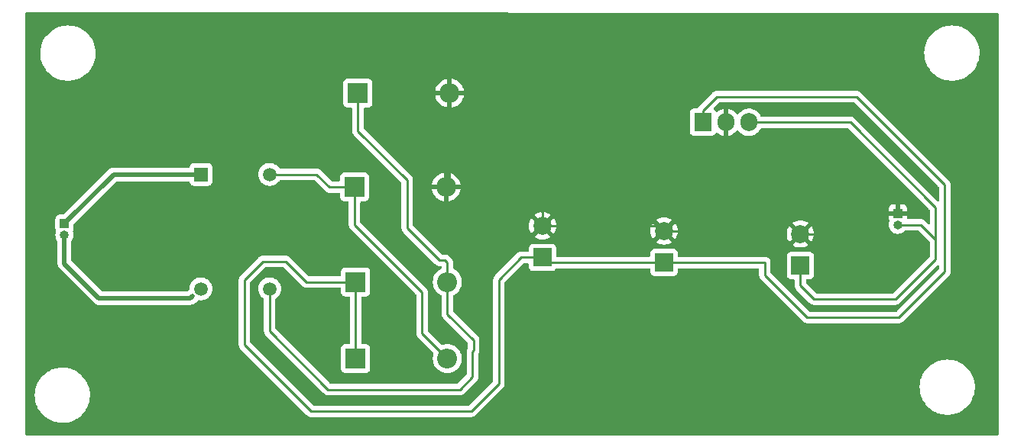
<source format=gtl>
%TF.GenerationSoftware,KiCad,Pcbnew,(6.0.4)*%
%TF.CreationDate,2022-07-31T01:39:18+05:30*%
%TF.ProjectId,DC-POWER-SUPPLY,44432d50-4f57-4455-922d-535550504c59,rev?*%
%TF.SameCoordinates,Original*%
%TF.FileFunction,Copper,L1,Top*%
%TF.FilePolarity,Positive*%
%FSLAX46Y46*%
G04 Gerber Fmt 4.6, Leading zero omitted, Abs format (unit mm)*
G04 Created by KiCad (PCBNEW (6.0.4)) date 2022-07-31 01:39:18*
%MOMM*%
%LPD*%
G01*
G04 APERTURE LIST*
%TA.AperFunction,ComponentPad*%
%ADD10R,2.000000X2.000000*%
%TD*%
%TA.AperFunction,ComponentPad*%
%ADD11C,2.000000*%
%TD*%
%TA.AperFunction,ComponentPad*%
%ADD12R,1.000000X1.000000*%
%TD*%
%TA.AperFunction,ComponentPad*%
%ADD13O,1.000000X1.000000*%
%TD*%
%TA.AperFunction,ComponentPad*%
%ADD14R,2.200000X2.200000*%
%TD*%
%TA.AperFunction,ComponentPad*%
%ADD15O,2.200000X2.200000*%
%TD*%
%TA.AperFunction,ComponentPad*%
%ADD16R,1.905000X2.000000*%
%TD*%
%TA.AperFunction,ComponentPad*%
%ADD17O,1.905000X2.000000*%
%TD*%
%TA.AperFunction,ComponentPad*%
%ADD18R,1.520000X1.520000*%
%TD*%
%TA.AperFunction,ComponentPad*%
%ADD19C,1.520000*%
%TD*%
%TA.AperFunction,Conductor*%
%ADD20C,0.500000*%
%TD*%
%TA.AperFunction,Conductor*%
%ADD21C,0.250000*%
%TD*%
G04 APERTURE END LIST*
D10*
%TO.P,C3,1*%
%TO.N,Net-(C3-Pad1)*%
X169672000Y-54808000D03*
D11*
%TO.P,C3,2*%
%TO.N,GND*%
X169672000Y-51308000D03*
%TD*%
D10*
%TO.P,C2,1*%
%TO.N,Net-(C1-Pad1)*%
X141097000Y-53919000D03*
D11*
%TO.P,C2,2*%
%TO.N,GND*%
X141097000Y-50419000D03*
%TD*%
%TO.P,C1,2*%
%TO.N,GND*%
X154559000Y-50983000D03*
D10*
%TO.P,C1,1*%
%TO.N,Net-(C1-Pad1)*%
X154559000Y-54483000D03*
%TD*%
D12*
%TO.P,J2,1,Pin_1*%
%TO.N,GND*%
X180467000Y-49022000D03*
D13*
%TO.P,J2,2,Pin_2*%
%TO.N,Net-(C3-Pad1)*%
X180467000Y-50292000D03*
%TD*%
D12*
%TO.P,J1,1,Pin_1*%
%TO.N,Net-(J1-Pad1)*%
X88138000Y-50165000D03*
D13*
%TO.P,J1,2,Pin_2*%
%TO.N,Net-(J1-Pad2)*%
X88138000Y-51435000D03*
%TD*%
D14*
%TO.P,D4,1,K*%
%TO.N,Net-(C1-Pad1)*%
X120396000Y-65151000D03*
D15*
%TO.P,D4,2,A*%
%TO.N,Net-(D2-Pad1)*%
X130556000Y-65151000D03*
%TD*%
D14*
%TO.P,D3,1,K*%
%TO.N,Net-(C1-Pad1)*%
X120396000Y-56642000D03*
D15*
%TO.P,D3,2,A*%
%TO.N,Net-(D1-Pad1)*%
X130556000Y-56642000D03*
%TD*%
%TO.P,D2,2,A*%
%TO.N,GND*%
X130429000Y-46101000D03*
D14*
%TO.P,D2,1,K*%
%TO.N,Net-(D2-Pad1)*%
X120269000Y-46101000D03*
%TD*%
D15*
%TO.P,D1,2,A*%
%TO.N,GND*%
X130810000Y-35687000D03*
D14*
%TO.P,D1,1,K*%
%TO.N,Net-(D1-Pad1)*%
X120650000Y-35687000D03*
%TD*%
D16*
%TO.P,U1,1,VI*%
%TO.N,Net-(C1-Pad1)*%
X158877000Y-38918000D03*
D17*
%TO.P,U1,2,GND*%
%TO.N,GND*%
X161417000Y-38918000D03*
%TO.P,U1,3,VO*%
%TO.N,Net-(C3-Pad1)*%
X163957000Y-38918000D03*
%TD*%
D18*
%TO.P,T1,1,AA*%
%TO.N,Net-(J1-Pad1)*%
X103251000Y-44704000D03*
D19*
%TO.P,T1,3,SA*%
%TO.N,Net-(D2-Pad1)*%
X110871000Y-44704000D03*
%TO.P,T1,4,SB*%
%TO.N,Net-(D1-Pad1)*%
X110871000Y-57404000D03*
%TO.P,T1,6*%
%TO.N,N/C*%
X103251000Y-57404000D03*
%TD*%
D20*
%TO.N,Net-(J1-Pad2)*%
X102108000Y-58420000D02*
X102332246Y-58195754D01*
X88138000Y-54610000D02*
X91948000Y-58420000D01*
X88138000Y-51435000D02*
X88138000Y-54610000D01*
X91948000Y-58420000D02*
X102108000Y-58420000D01*
%TO.N,Net-(J1-Pad1)*%
X93599000Y-44704000D02*
X103251000Y-44704000D01*
X88138000Y-50165000D02*
X93599000Y-44704000D01*
D21*
%TO.N,Net-(C1-Pad1)*%
X165735000Y-54483000D02*
X154559000Y-54483000D01*
X165735000Y-55880000D02*
X165735000Y-54483000D01*
X170434000Y-60579000D02*
X165735000Y-55880000D01*
X180594000Y-60579000D02*
X170434000Y-60579000D01*
X185674000Y-55499000D02*
X180594000Y-60579000D01*
X185674000Y-45847000D02*
X185674000Y-55499000D01*
X175895000Y-36068000D02*
X185674000Y-45847000D01*
X160401000Y-36068000D02*
X175895000Y-36068000D01*
X158877000Y-37592000D02*
X160401000Y-36068000D01*
X158877000Y-38918000D02*
X158877000Y-37592000D01*
X141661000Y-54483000D02*
X141097000Y-53919000D01*
X154559000Y-54483000D02*
X141661000Y-54483000D01*
X138740000Y-53919000D02*
X141097000Y-53919000D01*
X136271000Y-56388000D02*
X138740000Y-53919000D01*
X136271000Y-67945000D02*
X136271000Y-56388000D01*
X133223000Y-70993000D02*
X136271000Y-67945000D01*
X115443000Y-70993000D02*
X133223000Y-70993000D01*
X108077000Y-63627000D02*
X115443000Y-70993000D01*
X108077000Y-56388000D02*
X108077000Y-63627000D01*
X110109000Y-54356000D02*
X108077000Y-56388000D01*
X112649000Y-54356000D02*
X110109000Y-54356000D01*
X114935000Y-56642000D02*
X112649000Y-54356000D01*
X120396000Y-56642000D02*
X114935000Y-56642000D01*
%TO.N,Net-(D2-Pad1)*%
X127762000Y-57785000D02*
X127762000Y-62357000D01*
X127762000Y-62357000D02*
X130556000Y-65151000D01*
X120269000Y-50292000D02*
X127762000Y-57785000D01*
X120269000Y-46101000D02*
X120269000Y-50292000D01*
%TO.N,Net-(C3-Pad1)*%
X183007000Y-50292000D02*
X184658000Y-51943000D01*
X180467000Y-50292000D02*
X183007000Y-50292000D01*
X184658000Y-48387000D02*
X184658000Y-51943000D01*
X184658000Y-51943000D02*
X184658000Y-54102000D01*
%TO.N,GND*%
X164846000Y-46482000D02*
X161417000Y-46482000D01*
X169672000Y-51308000D02*
X164846000Y-46482000D01*
%TO.N,Net-(C3-Pad1)*%
X169672000Y-57023000D02*
X169672000Y-54808000D01*
X180213000Y-58547000D02*
X171196000Y-58547000D01*
X171196000Y-58547000D02*
X169672000Y-57023000D01*
X175189000Y-38918000D02*
X184658000Y-48387000D01*
X163957000Y-38918000D02*
X175189000Y-38918000D01*
X184658000Y-54102000D02*
X180213000Y-58547000D01*
%TO.N,GND*%
X161417000Y-46482000D02*
X161417000Y-38918000D01*
X156916000Y-50983000D02*
X161417000Y-46482000D01*
X154559000Y-50983000D02*
X156916000Y-50983000D01*
X153995000Y-50419000D02*
X154559000Y-50983000D01*
X141097000Y-50419000D02*
X153995000Y-50419000D01*
X141097000Y-48895000D02*
X141097000Y-50419000D01*
X130429000Y-46101000D02*
X138303000Y-46101000D01*
X138303000Y-46101000D02*
X141097000Y-48895000D01*
%TO.N,Net-(D1-Pad1)*%
X110871000Y-62103000D02*
X110871000Y-57404000D01*
X117348000Y-68580000D02*
X110871000Y-62103000D01*
X133350000Y-67183000D02*
X131953000Y-68580000D01*
X133350000Y-64371564D02*
X133350000Y-67183000D01*
X133477000Y-63119000D02*
X133477000Y-64244564D01*
X133477000Y-64244564D02*
X133350000Y-64371564D01*
X131953000Y-68580000D02*
X117348000Y-68580000D01*
X130556000Y-60198000D02*
X133477000Y-63119000D01*
X130556000Y-56642000D02*
X130556000Y-60198000D01*
%TO.N,Net-(C1-Pad1)*%
X120396000Y-65151000D02*
X120396000Y-56642000D01*
%TO.N,Net-(D2-Pad1)*%
X117475000Y-46101000D02*
X120269000Y-46101000D01*
X116078000Y-44704000D02*
X117475000Y-46101000D01*
X110871000Y-44704000D02*
X116078000Y-44704000D01*
%TO.N,Net-(D1-Pad1)*%
X130556000Y-54483000D02*
X130556000Y-56642000D01*
X129667000Y-54229000D02*
X130302000Y-54229000D01*
X130302000Y-54229000D02*
X130556000Y-54483000D01*
X126111000Y-50673000D02*
X129667000Y-54229000D01*
X126111000Y-45339000D02*
X126111000Y-50673000D01*
X120650000Y-39878000D02*
X126111000Y-45339000D01*
X120650000Y-35687000D02*
X120650000Y-39878000D01*
%TO.N,GND*%
X130810000Y-35687000D02*
X130810000Y-45720000D01*
X130810000Y-45720000D02*
X130429000Y-46101000D01*
X171450000Y-51308000D02*
X173736000Y-49022000D01*
X169672000Y-51308000D02*
X171450000Y-51308000D01*
X173736000Y-49022000D02*
X180467000Y-49022000D01*
%TD*%
%TA.AperFunction,Conductor*%
%TO.N,GND*%
G36*
X191517148Y-26796852D02*
G01*
X191585246Y-26816934D01*
X191631675Y-26870645D01*
X191643000Y-26922852D01*
X191643000Y-73534000D01*
X191622998Y-73602121D01*
X191569342Y-73648614D01*
X191517000Y-73660000D01*
X83946000Y-73660000D01*
X83877879Y-73639998D01*
X83831386Y-73586342D01*
X83820000Y-73534000D01*
X83820000Y-69172148D01*
X84830970Y-69172148D01*
X84831867Y-69193561D01*
X84845319Y-69514497D01*
X84845857Y-69517971D01*
X84878511Y-69728904D01*
X84897739Y-69853113D01*
X84987578Y-70183776D01*
X84988868Y-70187035D01*
X84988870Y-70187040D01*
X85043105Y-70324020D01*
X85113716Y-70502363D01*
X85115371Y-70505475D01*
X85115373Y-70505480D01*
X85173440Y-70614688D01*
X85274580Y-70804905D01*
X85276570Y-70807811D01*
X85276571Y-70807813D01*
X85453966Y-71066890D01*
X85468166Y-71087629D01*
X85692060Y-71347014D01*
X85943473Y-71579824D01*
X85946299Y-71581907D01*
X85946302Y-71581910D01*
X86048686Y-71657394D01*
X86219269Y-71783159D01*
X86222306Y-71784913D01*
X86222310Y-71784915D01*
X86337258Y-71851280D01*
X86516012Y-71954483D01*
X86639416Y-72008397D01*
X86826783Y-72090256D01*
X86826786Y-72090257D01*
X86830004Y-72091663D01*
X86833361Y-72092702D01*
X86833366Y-72092704D01*
X86969470Y-72134835D01*
X87157329Y-72192987D01*
X87160785Y-72193646D01*
X87160784Y-72193646D01*
X87490459Y-72256535D01*
X87490464Y-72256536D01*
X87493910Y-72257193D01*
X87717867Y-72274426D01*
X87832052Y-72283212D01*
X87832053Y-72283212D01*
X87835549Y-72283481D01*
X88049339Y-72276015D01*
X88174475Y-72271646D01*
X88174480Y-72271646D01*
X88177990Y-72271523D01*
X88347477Y-72246495D01*
X88513485Y-72221981D01*
X88513489Y-72221980D01*
X88516964Y-72221467D01*
X88520356Y-72220571D01*
X88520360Y-72220570D01*
X88844855Y-72134835D01*
X88844856Y-72134835D01*
X88848246Y-72133939D01*
X89167706Y-72010028D01*
X89471363Y-71851280D01*
X89502709Y-71830137D01*
X89752518Y-71661640D01*
X89752528Y-71661633D01*
X89755433Y-71659673D01*
X89792117Y-71628453D01*
X90013701Y-71439870D01*
X90013702Y-71439869D01*
X90016374Y-71437595D01*
X90018769Y-71435045D01*
X90018777Y-71435037D01*
X90248522Y-71190382D01*
X90248526Y-71190377D01*
X90250933Y-71187814D01*
X90456189Y-70913444D01*
X90466474Y-70895915D01*
X90588203Y-70688431D01*
X90629581Y-70617904D01*
X90631013Y-70614688D01*
X90767517Y-70308095D01*
X90767519Y-70308090D01*
X90768949Y-70304878D01*
X90872556Y-69978268D01*
X90873242Y-69974805D01*
X90938427Y-69645595D01*
X90938428Y-69645590D01*
X90939110Y-69642144D01*
X90967782Y-69300696D01*
X90967820Y-69298040D01*
X90968949Y-69217178D01*
X90968949Y-69217166D01*
X90968979Y-69215000D01*
X90968826Y-69212249D01*
X90950048Y-68876393D01*
X90949852Y-68872885D01*
X90914595Y-68664433D01*
X90893296Y-68538503D01*
X90893295Y-68538498D01*
X90892709Y-68535034D01*
X90798262Y-68205658D01*
X90752459Y-68094531D01*
X90669026Y-67892107D01*
X90669022Y-67892099D01*
X90667688Y-67888862D01*
X90502615Y-67588596D01*
X90305101Y-67308602D01*
X90077607Y-67052369D01*
X89873294Y-66868405D01*
X89825587Y-66825449D01*
X89825584Y-66825447D01*
X89822969Y-66823092D01*
X89740550Y-66764086D01*
X89547227Y-66625680D01*
X89547220Y-66625676D01*
X89544360Y-66623628D01*
X89245254Y-66456463D01*
X88929378Y-66323681D01*
X88913695Y-66319065D01*
X88790185Y-66282714D01*
X88600669Y-66226936D01*
X88597199Y-66226324D01*
X88597194Y-66226323D01*
X88411009Y-66193494D01*
X88263225Y-66167436D01*
X88187296Y-66162659D01*
X87924770Y-66146142D01*
X87924764Y-66146142D01*
X87921252Y-66145921D01*
X87823269Y-66150713D01*
X87582518Y-66162487D01*
X87582509Y-66162488D01*
X87579011Y-66162659D01*
X87575543Y-66163221D01*
X87575540Y-66163221D01*
X87244244Y-66216879D01*
X87244241Y-66216880D01*
X87240769Y-66217442D01*
X87237382Y-66218388D01*
X87237376Y-66218389D01*
X87006993Y-66282714D01*
X86910742Y-66309588D01*
X86782710Y-66361316D01*
X86596307Y-66436627D01*
X86596303Y-66436629D01*
X86593043Y-66437946D01*
X86589956Y-66439615D01*
X86589952Y-66439617D01*
X86555617Y-66458182D01*
X86291632Y-66600919D01*
X86010265Y-66796474D01*
X86007623Y-66798787D01*
X86007619Y-66798790D01*
X85781448Y-66996787D01*
X85752450Y-67022173D01*
X85521401Y-67275205D01*
X85519335Y-67278048D01*
X85519333Y-67278051D01*
X85490686Y-67317481D01*
X85319997Y-67552414D01*
X85318255Y-67555480D01*
X85318254Y-67555482D01*
X85280188Y-67622491D01*
X85150748Y-67850346D01*
X85092010Y-67987393D01*
X85017843Y-68160438D01*
X85015764Y-68165288D01*
X85004556Y-68202410D01*
X84944324Y-68401909D01*
X84916727Y-68493313D01*
X84916093Y-68496768D01*
X84868406Y-68756595D01*
X84854872Y-68830333D01*
X84830970Y-69172148D01*
X83820000Y-69172148D01*
X83820000Y-51420851D01*
X87124719Y-51420851D01*
X87127987Y-51459771D01*
X87134699Y-51539699D01*
X87141268Y-51617934D01*
X87163906Y-51696881D01*
X87183211Y-51764205D01*
X87195783Y-51808050D01*
X87286187Y-51983956D01*
X87290010Y-51988780D01*
X87290013Y-51988784D01*
X87352246Y-52067303D01*
X87378883Y-52133113D01*
X87379500Y-52145567D01*
X87379500Y-54542930D01*
X87378067Y-54561880D01*
X87374801Y-54583349D01*
X87375394Y-54590641D01*
X87375394Y-54590644D01*
X87379085Y-54636018D01*
X87379500Y-54646233D01*
X87379500Y-54654293D01*
X87379925Y-54657937D01*
X87382789Y-54682507D01*
X87383222Y-54686882D01*
X87388308Y-54749406D01*
X87389140Y-54759637D01*
X87391396Y-54766601D01*
X87392587Y-54772560D01*
X87393971Y-54778415D01*
X87394818Y-54785681D01*
X87419735Y-54854327D01*
X87421152Y-54858455D01*
X87440959Y-54919594D01*
X87443649Y-54927899D01*
X87447445Y-54934154D01*
X87449951Y-54939628D01*
X87452670Y-54945058D01*
X87455167Y-54951937D01*
X87459180Y-54958057D01*
X87459180Y-54958058D01*
X87495186Y-55012976D01*
X87497523Y-55016680D01*
X87535405Y-55079107D01*
X87539121Y-55083315D01*
X87539122Y-55083316D01*
X87542803Y-55087484D01*
X87542776Y-55087508D01*
X87545429Y-55090500D01*
X87548132Y-55093733D01*
X87552144Y-55099852D01*
X87557456Y-55104884D01*
X87608383Y-55153128D01*
X87610825Y-55155506D01*
X91364230Y-58908911D01*
X91376616Y-58923323D01*
X91385149Y-58934918D01*
X91385154Y-58934923D01*
X91389492Y-58940818D01*
X91395070Y-58945557D01*
X91395073Y-58945560D01*
X91429768Y-58975035D01*
X91437284Y-58981965D01*
X91442980Y-58987661D01*
X91445841Y-58989924D01*
X91445846Y-58989929D01*
X91465266Y-59005293D01*
X91468667Y-59008082D01*
X91524285Y-59055333D01*
X91530798Y-59058659D01*
X91535837Y-59062020D01*
X91540979Y-59065196D01*
X91546716Y-59069734D01*
X91612875Y-59100655D01*
X91616769Y-59102558D01*
X91681808Y-59135769D01*
X91688917Y-59137508D01*
X91694551Y-59139604D01*
X91700321Y-59141523D01*
X91706950Y-59144622D01*
X91714113Y-59146112D01*
X91714116Y-59146113D01*
X91743083Y-59152138D01*
X91778435Y-59159491D01*
X91782701Y-59160457D01*
X91853610Y-59177808D01*
X91859212Y-59178156D01*
X91859215Y-59178156D01*
X91864764Y-59178500D01*
X91864762Y-59178535D01*
X91868734Y-59178775D01*
X91872955Y-59179152D01*
X91880115Y-59180641D01*
X91957542Y-59178546D01*
X91960950Y-59178500D01*
X102040930Y-59178500D01*
X102059880Y-59179933D01*
X102074115Y-59182099D01*
X102074119Y-59182099D01*
X102081349Y-59183199D01*
X102088641Y-59182606D01*
X102088644Y-59182606D01*
X102134018Y-59178915D01*
X102144233Y-59178500D01*
X102152293Y-59178500D01*
X102169680Y-59176473D01*
X102180507Y-59175211D01*
X102184882Y-59174778D01*
X102250339Y-59169454D01*
X102250342Y-59169453D01*
X102257637Y-59168860D01*
X102264601Y-59166604D01*
X102270560Y-59165413D01*
X102276415Y-59164029D01*
X102283681Y-59163182D01*
X102352327Y-59138265D01*
X102356455Y-59136848D01*
X102418936Y-59116607D01*
X102418938Y-59116606D01*
X102425899Y-59114351D01*
X102432154Y-59110555D01*
X102437628Y-59108049D01*
X102443058Y-59105330D01*
X102449937Y-59102833D01*
X102466837Y-59091753D01*
X102510976Y-59062814D01*
X102514680Y-59060477D01*
X102577107Y-59022595D01*
X102585484Y-59015197D01*
X102585508Y-59015224D01*
X102588500Y-59012571D01*
X102591733Y-59009868D01*
X102597852Y-59005856D01*
X102651128Y-58949617D01*
X102653506Y-58947175D01*
X102899907Y-58700774D01*
X102902173Y-58697910D01*
X102903836Y-58696042D01*
X102964072Y-58658463D01*
X103019825Y-58655739D01*
X103024570Y-58656576D01*
X103029886Y-58658000D01*
X103251000Y-58677345D01*
X103472114Y-58658000D01*
X103477427Y-58656576D01*
X103477429Y-58656576D01*
X103681200Y-58601976D01*
X103681202Y-58601975D01*
X103686510Y-58600553D01*
X103742248Y-58574562D01*
X103882686Y-58509075D01*
X103882691Y-58509072D01*
X103887673Y-58506749D01*
X103989313Y-58435580D01*
X104064979Y-58382598D01*
X104064982Y-58382596D01*
X104069490Y-58379439D01*
X104226439Y-58222490D01*
X104289132Y-58132956D01*
X104350592Y-58045181D01*
X104350593Y-58045179D01*
X104353749Y-58040672D01*
X104356072Y-58035690D01*
X104356075Y-58035685D01*
X104445230Y-57844492D01*
X104445231Y-57844490D01*
X104447553Y-57839510D01*
X104463729Y-57779142D01*
X104503576Y-57630429D01*
X104503576Y-57630427D01*
X104505000Y-57625114D01*
X104524345Y-57404000D01*
X104505000Y-57182886D01*
X104501104Y-57168346D01*
X104448976Y-56973800D01*
X104448975Y-56973798D01*
X104447553Y-56968490D01*
X104415250Y-56899216D01*
X104356075Y-56772315D01*
X104356072Y-56772310D01*
X104353749Y-56767328D01*
X104349035Y-56760595D01*
X104229598Y-56590021D01*
X104229596Y-56590018D01*
X104226439Y-56585510D01*
X104069490Y-56428561D01*
X104064982Y-56425404D01*
X104064979Y-56425402D01*
X103982919Y-56367943D01*
X107438780Y-56367943D01*
X107439526Y-56375835D01*
X107442941Y-56411961D01*
X107443500Y-56423819D01*
X107443500Y-63548233D01*
X107442973Y-63559416D01*
X107441298Y-63566909D01*
X107441547Y-63574835D01*
X107441547Y-63574836D01*
X107443438Y-63634986D01*
X107443500Y-63638945D01*
X107443500Y-63666856D01*
X107443997Y-63670790D01*
X107443997Y-63670791D01*
X107444005Y-63670856D01*
X107444938Y-63682693D01*
X107446327Y-63726889D01*
X107451978Y-63746339D01*
X107455987Y-63765700D01*
X107458526Y-63785797D01*
X107461445Y-63793168D01*
X107461445Y-63793170D01*
X107474804Y-63826912D01*
X107478649Y-63838142D01*
X107488771Y-63872983D01*
X107490982Y-63880593D01*
X107495015Y-63887412D01*
X107495017Y-63887417D01*
X107501293Y-63898028D01*
X107509988Y-63915776D01*
X107517448Y-63934617D01*
X107522110Y-63941033D01*
X107522110Y-63941034D01*
X107543436Y-63970387D01*
X107549952Y-63980307D01*
X107565676Y-64006894D01*
X107572458Y-64018362D01*
X107586779Y-64032683D01*
X107599619Y-64047716D01*
X107611528Y-64064107D01*
X107617634Y-64069158D01*
X107645605Y-64092298D01*
X107654384Y-64100288D01*
X114939348Y-71385253D01*
X114946888Y-71393539D01*
X114951000Y-71400018D01*
X114956777Y-71405443D01*
X115000651Y-71446643D01*
X115003493Y-71449398D01*
X115023230Y-71469135D01*
X115026427Y-71471615D01*
X115035447Y-71479318D01*
X115067679Y-71509586D01*
X115074625Y-71513405D01*
X115074628Y-71513407D01*
X115085434Y-71519348D01*
X115101953Y-71530199D01*
X115117959Y-71542614D01*
X115125228Y-71545759D01*
X115125232Y-71545762D01*
X115158537Y-71560174D01*
X115169187Y-71565391D01*
X115207940Y-71586695D01*
X115215615Y-71588666D01*
X115215616Y-71588666D01*
X115227562Y-71591733D01*
X115246267Y-71598137D01*
X115264855Y-71606181D01*
X115272678Y-71607420D01*
X115272688Y-71607423D01*
X115308524Y-71613099D01*
X115320144Y-71615505D01*
X115351959Y-71623673D01*
X115362970Y-71626500D01*
X115383224Y-71626500D01*
X115402934Y-71628051D01*
X115422943Y-71631220D01*
X115430835Y-71630474D01*
X115449580Y-71628702D01*
X115466962Y-71627059D01*
X115478819Y-71626500D01*
X133144233Y-71626500D01*
X133155416Y-71627027D01*
X133162909Y-71628702D01*
X133170835Y-71628453D01*
X133170836Y-71628453D01*
X133230986Y-71626562D01*
X133234945Y-71626500D01*
X133262856Y-71626500D01*
X133266791Y-71626003D01*
X133266856Y-71625995D01*
X133278693Y-71625062D01*
X133310951Y-71624048D01*
X133314970Y-71623922D01*
X133322889Y-71623673D01*
X133342343Y-71618021D01*
X133361700Y-71614013D01*
X133373930Y-71612468D01*
X133373931Y-71612468D01*
X133381797Y-71611474D01*
X133389168Y-71608555D01*
X133389170Y-71608555D01*
X133422912Y-71595196D01*
X133434142Y-71591351D01*
X133468983Y-71581229D01*
X133468984Y-71581229D01*
X133476593Y-71579018D01*
X133483412Y-71574985D01*
X133483417Y-71574983D01*
X133494028Y-71568707D01*
X133511776Y-71560012D01*
X133530617Y-71552552D01*
X133566387Y-71526564D01*
X133576307Y-71520048D01*
X133607535Y-71501580D01*
X133607538Y-71501578D01*
X133614362Y-71497542D01*
X133628683Y-71483221D01*
X133643717Y-71470380D01*
X133653694Y-71463131D01*
X133660107Y-71458472D01*
X133688298Y-71424395D01*
X133696288Y-71415616D01*
X136663253Y-68448652D01*
X136671539Y-68441112D01*
X136678018Y-68437000D01*
X136724644Y-68387348D01*
X136727398Y-68384507D01*
X136747135Y-68364770D01*
X136749615Y-68361573D01*
X136757320Y-68352551D01*
X136782159Y-68326100D01*
X136787586Y-68320321D01*
X136791405Y-68313375D01*
X136791407Y-68313372D01*
X136797348Y-68302566D01*
X136808199Y-68286047D01*
X136808559Y-68285583D01*
X136810448Y-68283148D01*
X182874970Y-68283148D01*
X182875117Y-68286659D01*
X182875117Y-68286665D01*
X182875783Y-68302566D01*
X182875867Y-68304561D01*
X182889319Y-68625497D01*
X182941739Y-68964113D01*
X183031578Y-69294776D01*
X183032868Y-69298035D01*
X183032870Y-69298040D01*
X183082350Y-69423012D01*
X183157716Y-69613363D01*
X183159371Y-69616475D01*
X183159373Y-69616480D01*
X183217440Y-69725688D01*
X183318580Y-69915905D01*
X183320570Y-69918811D01*
X183320571Y-69918813D01*
X183485589Y-70159814D01*
X183512166Y-70198629D01*
X183736060Y-70458014D01*
X183987473Y-70690824D01*
X184263269Y-70894159D01*
X184266306Y-70895913D01*
X184266310Y-70895915D01*
X184381258Y-70962280D01*
X184560012Y-71065483D01*
X184604051Y-71084723D01*
X184870783Y-71201256D01*
X184870786Y-71201257D01*
X184874004Y-71202663D01*
X184877361Y-71203702D01*
X184877366Y-71203704D01*
X185013470Y-71245835D01*
X185201329Y-71303987D01*
X185204785Y-71304646D01*
X185204784Y-71304646D01*
X185534459Y-71367535D01*
X185534464Y-71367536D01*
X185537910Y-71368193D01*
X185759622Y-71385253D01*
X185876052Y-71394212D01*
X185876053Y-71394212D01*
X185879549Y-71394481D01*
X186093339Y-71387015D01*
X186218475Y-71382646D01*
X186218480Y-71382646D01*
X186221990Y-71382523D01*
X186391477Y-71357495D01*
X186557485Y-71332981D01*
X186557489Y-71332980D01*
X186560964Y-71332467D01*
X186564356Y-71331571D01*
X186564360Y-71331570D01*
X186888855Y-71245835D01*
X186888856Y-71245835D01*
X186892246Y-71244939D01*
X187211706Y-71121028D01*
X187515363Y-70962280D01*
X187595386Y-70908304D01*
X187796518Y-70772640D01*
X187796528Y-70772633D01*
X187799433Y-70770673D01*
X187893256Y-70690824D01*
X188057701Y-70550870D01*
X188057702Y-70550869D01*
X188060374Y-70548595D01*
X188062769Y-70546045D01*
X188062777Y-70546037D01*
X188292522Y-70301382D01*
X188292526Y-70301377D01*
X188294933Y-70298814D01*
X188500189Y-70024444D01*
X188673581Y-69728904D01*
X188713769Y-69638641D01*
X188811517Y-69419095D01*
X188811519Y-69419090D01*
X188812949Y-69415878D01*
X188916556Y-69089268D01*
X188918603Y-69078931D01*
X188982427Y-68756595D01*
X188982428Y-68756590D01*
X188983110Y-68753144D01*
X189001425Y-68535034D01*
X189011599Y-68413880D01*
X189011600Y-68413869D01*
X189011782Y-68411696D01*
X189012123Y-68387349D01*
X189012949Y-68328178D01*
X189012949Y-68328166D01*
X189012979Y-68326000D01*
X189012662Y-68320321D01*
X188994048Y-67987393D01*
X188993852Y-67983885D01*
X188976787Y-67882991D01*
X188937296Y-67649503D01*
X188937295Y-67649498D01*
X188936709Y-67646034D01*
X188842262Y-67316658D01*
X188777299Y-67159046D01*
X188713026Y-67003107D01*
X188713022Y-67003099D01*
X188711688Y-66999862D01*
X188546615Y-66699596D01*
X188349101Y-66419602D01*
X188121607Y-66163369D01*
X188118996Y-66161018D01*
X187869587Y-65936449D01*
X187869584Y-65936447D01*
X187866969Y-65934092D01*
X187802200Y-65887722D01*
X187591227Y-65736680D01*
X187591220Y-65736676D01*
X187588360Y-65734628D01*
X187289254Y-65567463D01*
X186973378Y-65434681D01*
X186925495Y-65420588D01*
X186850341Y-65398469D01*
X186644669Y-65337936D01*
X186641199Y-65337324D01*
X186641194Y-65337323D01*
X186455009Y-65304494D01*
X186307225Y-65278436D01*
X186231296Y-65273659D01*
X185968770Y-65257142D01*
X185968764Y-65257142D01*
X185965252Y-65256921D01*
X185867269Y-65261713D01*
X185626518Y-65273487D01*
X185626509Y-65273488D01*
X185623011Y-65273659D01*
X185619543Y-65274221D01*
X185619540Y-65274221D01*
X185288244Y-65327879D01*
X185288241Y-65327880D01*
X185284769Y-65328442D01*
X185281382Y-65329388D01*
X185281376Y-65329389D01*
X185033963Y-65398469D01*
X184954742Y-65420588D01*
X184795892Y-65484767D01*
X184640307Y-65547627D01*
X184640303Y-65547629D01*
X184637043Y-65548946D01*
X184633956Y-65550615D01*
X184633952Y-65550617D01*
X184599617Y-65569182D01*
X184335632Y-65711919D01*
X184054265Y-65907474D01*
X183796450Y-66133173D01*
X183794074Y-66135775D01*
X183794072Y-66135777D01*
X183765164Y-66167436D01*
X183565401Y-66386205D01*
X183563335Y-66389048D01*
X183563333Y-66389051D01*
X183539048Y-66422477D01*
X183363997Y-66663414D01*
X183362255Y-66666480D01*
X183362254Y-66666482D01*
X183350791Y-66686660D01*
X183194748Y-66961346D01*
X183169187Y-67020985D01*
X183072253Y-67247150D01*
X183059764Y-67276288D01*
X183028533Y-67379730D01*
X182962136Y-67599647D01*
X182960727Y-67604313D01*
X182898872Y-67941333D01*
X182874970Y-68283148D01*
X136810448Y-68283148D01*
X136820614Y-68270041D01*
X136823759Y-68262772D01*
X136823762Y-68262768D01*
X136838174Y-68229463D01*
X136843391Y-68218813D01*
X136864695Y-68180060D01*
X136869733Y-68160437D01*
X136876137Y-68141734D01*
X136881033Y-68130420D01*
X136881033Y-68130419D01*
X136884181Y-68123145D01*
X136885420Y-68115322D01*
X136885423Y-68115312D01*
X136891099Y-68079476D01*
X136893505Y-68067856D01*
X136902528Y-68032711D01*
X136902528Y-68032710D01*
X136904500Y-68025030D01*
X136904500Y-68004776D01*
X136906051Y-67985065D01*
X136907980Y-67972886D01*
X136909220Y-67965057D01*
X136905059Y-67921038D01*
X136904500Y-67909181D01*
X136904500Y-56702594D01*
X136924502Y-56634473D01*
X136941405Y-56613499D01*
X138965499Y-54589405D01*
X139027811Y-54555379D01*
X139054594Y-54552500D01*
X139462500Y-54552500D01*
X139530621Y-54572502D01*
X139577114Y-54626158D01*
X139588500Y-54678500D01*
X139588500Y-54967134D01*
X139595255Y-55029316D01*
X139646385Y-55165705D01*
X139733739Y-55282261D01*
X139850295Y-55369615D01*
X139986684Y-55420745D01*
X140048866Y-55427500D01*
X142145134Y-55427500D01*
X142207316Y-55420745D01*
X142343705Y-55369615D01*
X142460261Y-55282261D01*
X142546693Y-55166935D01*
X142603552Y-55124420D01*
X142647519Y-55116500D01*
X152924500Y-55116500D01*
X152992621Y-55136502D01*
X153039114Y-55190158D01*
X153050500Y-55242500D01*
X153050500Y-55531134D01*
X153057255Y-55593316D01*
X153108385Y-55729705D01*
X153195739Y-55846261D01*
X153312295Y-55933615D01*
X153448684Y-55984745D01*
X153510866Y-55991500D01*
X155607134Y-55991500D01*
X155669316Y-55984745D01*
X155805705Y-55933615D01*
X155922261Y-55846261D01*
X156009615Y-55729705D01*
X156060745Y-55593316D01*
X156067500Y-55531134D01*
X156067500Y-55242500D01*
X156087502Y-55174379D01*
X156141158Y-55127886D01*
X156193500Y-55116500D01*
X164975500Y-55116500D01*
X165043621Y-55136502D01*
X165090114Y-55190158D01*
X165101500Y-55242500D01*
X165101500Y-55801233D01*
X165100973Y-55812416D01*
X165099298Y-55819909D01*
X165099547Y-55827835D01*
X165099547Y-55827836D01*
X165101438Y-55887986D01*
X165101500Y-55891945D01*
X165101500Y-55919856D01*
X165101997Y-55923790D01*
X165101997Y-55923791D01*
X165102005Y-55923856D01*
X165102938Y-55935693D01*
X165104327Y-55979889D01*
X165109978Y-55999339D01*
X165113987Y-56018700D01*
X165116526Y-56038797D01*
X165119445Y-56046168D01*
X165119445Y-56046170D01*
X165132804Y-56079912D01*
X165136649Y-56091142D01*
X165148982Y-56133593D01*
X165153015Y-56140412D01*
X165153017Y-56140417D01*
X165159293Y-56151028D01*
X165167988Y-56168776D01*
X165175448Y-56187617D01*
X165180110Y-56194033D01*
X165180110Y-56194034D01*
X165201436Y-56223387D01*
X165207952Y-56233307D01*
X165230458Y-56271362D01*
X165244779Y-56285683D01*
X165257619Y-56300716D01*
X165269528Y-56317107D01*
X165294955Y-56338142D01*
X165303605Y-56345298D01*
X165312384Y-56353288D01*
X169930343Y-60971247D01*
X169937887Y-60979537D01*
X169942000Y-60986018D01*
X169947777Y-60991443D01*
X169991667Y-61032658D01*
X169994509Y-61035413D01*
X170014231Y-61055135D01*
X170017355Y-61057558D01*
X170017359Y-61057562D01*
X170017424Y-61057612D01*
X170026445Y-61065317D01*
X170058679Y-61095586D01*
X170065627Y-61099405D01*
X170065629Y-61099407D01*
X170076432Y-61105346D01*
X170092959Y-61116202D01*
X170102698Y-61123757D01*
X170102700Y-61123758D01*
X170108960Y-61128614D01*
X170149540Y-61146174D01*
X170160188Y-61151391D01*
X170184976Y-61165018D01*
X170198940Y-61172695D01*
X170206616Y-61174666D01*
X170206619Y-61174667D01*
X170218562Y-61177733D01*
X170237267Y-61184137D01*
X170255855Y-61192181D01*
X170263678Y-61193420D01*
X170263688Y-61193423D01*
X170299524Y-61199099D01*
X170311144Y-61201505D01*
X170342959Y-61209673D01*
X170353970Y-61212500D01*
X170374224Y-61212500D01*
X170393934Y-61214051D01*
X170413943Y-61217220D01*
X170421835Y-61216474D01*
X170440580Y-61214702D01*
X170457962Y-61213059D01*
X170469819Y-61212500D01*
X180515233Y-61212500D01*
X180526416Y-61213027D01*
X180533909Y-61214702D01*
X180541835Y-61214453D01*
X180541836Y-61214453D01*
X180601986Y-61212562D01*
X180605945Y-61212500D01*
X180633856Y-61212500D01*
X180637791Y-61212003D01*
X180637856Y-61211995D01*
X180649693Y-61211062D01*
X180681951Y-61210048D01*
X180685970Y-61209922D01*
X180693889Y-61209673D01*
X180713343Y-61204021D01*
X180732700Y-61200013D01*
X180744930Y-61198468D01*
X180744931Y-61198468D01*
X180752797Y-61197474D01*
X180760168Y-61194555D01*
X180760170Y-61194555D01*
X180793912Y-61181196D01*
X180805142Y-61177351D01*
X180839983Y-61167229D01*
X180839984Y-61167229D01*
X180847593Y-61165018D01*
X180854412Y-61160985D01*
X180854417Y-61160983D01*
X180865028Y-61154707D01*
X180882776Y-61146012D01*
X180901617Y-61138552D01*
X180937387Y-61112564D01*
X180947307Y-61106048D01*
X180978535Y-61087580D01*
X180978538Y-61087578D01*
X180985362Y-61083542D01*
X180999683Y-61069221D01*
X181014717Y-61056380D01*
X181016431Y-61055135D01*
X181031107Y-61044472D01*
X181059298Y-61010395D01*
X181067288Y-61001616D01*
X186066253Y-56002652D01*
X186074539Y-55995112D01*
X186081018Y-55991000D01*
X186127644Y-55941348D01*
X186130398Y-55938507D01*
X186150135Y-55918770D01*
X186152615Y-55915573D01*
X186160320Y-55906551D01*
X186190586Y-55874321D01*
X186194405Y-55867375D01*
X186194407Y-55867372D01*
X186200348Y-55856566D01*
X186211199Y-55840047D01*
X186218758Y-55830301D01*
X186223614Y-55824041D01*
X186226759Y-55816772D01*
X186226762Y-55816768D01*
X186241174Y-55783463D01*
X186246391Y-55772813D01*
X186267695Y-55734060D01*
X186272733Y-55714437D01*
X186279137Y-55695734D01*
X186284033Y-55684420D01*
X186284033Y-55684419D01*
X186287181Y-55677145D01*
X186288420Y-55669322D01*
X186288423Y-55669312D01*
X186294099Y-55633476D01*
X186296505Y-55621856D01*
X186305528Y-55586711D01*
X186305528Y-55586710D01*
X186307500Y-55579030D01*
X186307500Y-55558776D01*
X186309051Y-55539065D01*
X186310980Y-55526886D01*
X186312220Y-55519057D01*
X186308059Y-55475038D01*
X186307500Y-55463181D01*
X186307500Y-45925763D01*
X186308027Y-45914579D01*
X186309701Y-45907091D01*
X186307562Y-45839032D01*
X186307500Y-45835075D01*
X186307500Y-45807144D01*
X186306994Y-45803138D01*
X186306061Y-45791292D01*
X186304922Y-45755037D01*
X186304673Y-45747110D01*
X186299022Y-45727658D01*
X186295014Y-45708306D01*
X186293468Y-45696068D01*
X186293467Y-45696066D01*
X186292474Y-45688203D01*
X186276194Y-45647086D01*
X186272359Y-45635885D01*
X186260018Y-45593406D01*
X186255985Y-45586587D01*
X186255983Y-45586582D01*
X186249707Y-45575971D01*
X186241010Y-45558221D01*
X186233552Y-45539383D01*
X186221279Y-45522490D01*
X186207572Y-45503625D01*
X186201053Y-45493701D01*
X186182578Y-45462460D01*
X186182574Y-45462455D01*
X186178542Y-45455637D01*
X186164218Y-45441313D01*
X186151376Y-45426278D01*
X186139472Y-45409893D01*
X186105406Y-45381711D01*
X186096627Y-45373722D01*
X176398652Y-35675747D01*
X176391112Y-35667461D01*
X176387000Y-35660982D01*
X176337348Y-35614356D01*
X176334507Y-35611602D01*
X176314770Y-35591865D01*
X176311573Y-35589385D01*
X176302551Y-35581680D01*
X176289116Y-35569064D01*
X176270321Y-35551414D01*
X176263375Y-35547595D01*
X176263372Y-35547593D01*
X176252566Y-35541652D01*
X176236047Y-35530801D01*
X176235583Y-35530441D01*
X176220041Y-35518386D01*
X176212772Y-35515241D01*
X176212768Y-35515238D01*
X176179463Y-35500826D01*
X176168813Y-35495609D01*
X176130060Y-35474305D01*
X176110437Y-35469267D01*
X176091734Y-35462863D01*
X176080420Y-35457967D01*
X176080419Y-35457967D01*
X176073145Y-35454819D01*
X176065322Y-35453580D01*
X176065312Y-35453577D01*
X176029476Y-35447901D01*
X176017856Y-35445495D01*
X175982711Y-35436472D01*
X175982710Y-35436472D01*
X175975030Y-35434500D01*
X175954776Y-35434500D01*
X175935065Y-35432949D01*
X175932534Y-35432548D01*
X175915057Y-35429780D01*
X175907165Y-35430526D01*
X175871039Y-35433941D01*
X175859181Y-35434500D01*
X160479763Y-35434500D01*
X160468579Y-35433973D01*
X160461091Y-35432299D01*
X160453168Y-35432548D01*
X160393033Y-35434438D01*
X160389075Y-35434500D01*
X160361144Y-35434500D01*
X160357229Y-35434995D01*
X160357225Y-35434995D01*
X160357167Y-35435003D01*
X160357138Y-35435006D01*
X160345296Y-35435939D01*
X160301110Y-35437327D01*
X160283744Y-35442372D01*
X160281658Y-35442978D01*
X160262306Y-35446986D01*
X160250068Y-35448532D01*
X160250066Y-35448533D01*
X160242203Y-35449526D01*
X160201086Y-35465806D01*
X160189885Y-35469641D01*
X160147406Y-35481982D01*
X160140587Y-35486015D01*
X160140582Y-35486017D01*
X160129971Y-35492293D01*
X160112221Y-35500990D01*
X160093383Y-35508448D01*
X160086967Y-35513109D01*
X160086966Y-35513110D01*
X160057625Y-35534428D01*
X160047701Y-35540947D01*
X160016460Y-35559422D01*
X160016455Y-35559426D01*
X160009637Y-35563458D01*
X159995313Y-35577782D01*
X159980281Y-35590621D01*
X159963893Y-35602528D01*
X159935712Y-35636593D01*
X159927722Y-35645373D01*
X158484747Y-37088348D01*
X158476461Y-37095888D01*
X158469982Y-37100000D01*
X158464557Y-37105777D01*
X158423357Y-37149651D01*
X158420602Y-37152493D01*
X158400865Y-37172230D01*
X158398385Y-37175427D01*
X158390682Y-37184447D01*
X158360414Y-37216679D01*
X158356595Y-37223625D01*
X158356593Y-37223628D01*
X158350652Y-37234434D01*
X158339801Y-37250953D01*
X158327386Y-37266959D01*
X158324241Y-37274228D01*
X158324238Y-37274232D01*
X158309826Y-37307537D01*
X158304604Y-37318197D01*
X158290309Y-37344200D01*
X158239964Y-37394259D01*
X158179894Y-37409500D01*
X157876366Y-37409500D01*
X157814184Y-37416255D01*
X157677795Y-37467385D01*
X157561239Y-37554739D01*
X157473885Y-37671295D01*
X157422755Y-37807684D01*
X157416000Y-37869866D01*
X157416000Y-39966134D01*
X157422755Y-40028316D01*
X157473885Y-40164705D01*
X157561239Y-40281261D01*
X157677795Y-40368615D01*
X157814184Y-40419745D01*
X157876366Y-40426500D01*
X159877634Y-40426500D01*
X159939816Y-40419745D01*
X160076205Y-40368615D01*
X160192761Y-40281261D01*
X160280115Y-40164705D01*
X160287758Y-40144317D01*
X160330401Y-40087553D01*
X160396962Y-40062854D01*
X160466311Y-40078062D01*
X160483832Y-40089666D01*
X160601944Y-40182945D01*
X160610531Y-40188650D01*
X160811722Y-40299714D01*
X160821134Y-40303944D01*
X161037768Y-40380659D01*
X161047739Y-40383293D01*
X161145163Y-40400647D01*
X161158460Y-40399187D01*
X161163000Y-40384630D01*
X161163000Y-37449904D01*
X161159082Y-37436560D01*
X161144806Y-37434573D01*
X161082485Y-37444110D01*
X161072457Y-37446499D01*
X160854012Y-37517898D01*
X160844503Y-37521895D01*
X160640656Y-37628011D01*
X160631939Y-37633500D01*
X160480901Y-37746902D01*
X160414416Y-37771807D01*
X160345020Y-37756814D01*
X160294747Y-37706684D01*
X160287268Y-37690375D01*
X160280115Y-37671295D01*
X160192761Y-37554739D01*
X160168139Y-37536286D01*
X160090361Y-37477994D01*
X160047846Y-37421135D01*
X160042820Y-37350316D01*
X160076831Y-37288073D01*
X160626499Y-36738405D01*
X160688811Y-36704379D01*
X160715594Y-36701500D01*
X175580406Y-36701500D01*
X175648527Y-36721502D01*
X175669501Y-36738405D01*
X185003595Y-46072499D01*
X185037621Y-46134811D01*
X185040500Y-46161594D01*
X185040500Y-47569405D01*
X185020498Y-47637526D01*
X184966842Y-47684019D01*
X184896568Y-47694123D01*
X184831988Y-47664629D01*
X184825405Y-47658500D01*
X175692652Y-38525747D01*
X175685112Y-38517461D01*
X175681000Y-38510982D01*
X175631348Y-38464356D01*
X175628507Y-38461602D01*
X175608770Y-38441865D01*
X175605573Y-38439385D01*
X175596551Y-38431680D01*
X175570100Y-38406841D01*
X175564321Y-38401414D01*
X175557375Y-38397595D01*
X175557372Y-38397593D01*
X175546566Y-38391652D01*
X175530047Y-38380801D01*
X175529583Y-38380441D01*
X175514041Y-38368386D01*
X175506772Y-38365241D01*
X175506768Y-38365238D01*
X175473463Y-38350826D01*
X175462813Y-38345609D01*
X175424060Y-38324305D01*
X175404437Y-38319267D01*
X175385734Y-38312863D01*
X175374420Y-38307967D01*
X175374419Y-38307967D01*
X175367145Y-38304819D01*
X175359322Y-38303580D01*
X175359312Y-38303577D01*
X175323476Y-38297901D01*
X175311856Y-38295495D01*
X175276711Y-38286472D01*
X175276710Y-38286472D01*
X175269030Y-38284500D01*
X175248776Y-38284500D01*
X175229065Y-38282949D01*
X175216886Y-38281020D01*
X175209057Y-38279780D01*
X175201165Y-38280526D01*
X175165039Y-38283941D01*
X175153181Y-38284500D01*
X165378028Y-38284500D01*
X165309907Y-38264498D01*
X165262478Y-38208741D01*
X165251059Y-38182478D01*
X165251056Y-38182473D01*
X165248997Y-38177737D01*
X165118502Y-37976023D01*
X164956814Y-37798330D01*
X164840770Y-37706684D01*
X164772330Y-37652633D01*
X164772325Y-37652630D01*
X164768276Y-37649432D01*
X164763760Y-37646939D01*
X164763757Y-37646937D01*
X164562474Y-37535823D01*
X164562470Y-37535821D01*
X164557950Y-37533326D01*
X164553081Y-37531602D01*
X164553077Y-37531600D01*
X164336360Y-37454856D01*
X164336356Y-37454855D01*
X164331485Y-37453130D01*
X164326392Y-37452223D01*
X164326389Y-37452222D01*
X164100052Y-37411905D01*
X164100046Y-37411904D01*
X164094963Y-37410999D01*
X164002474Y-37409869D01*
X163859907Y-37408127D01*
X163859905Y-37408127D01*
X163854737Y-37408064D01*
X163617256Y-37444404D01*
X163505003Y-37481094D01*
X163393817Y-37517434D01*
X163393811Y-37517437D01*
X163388899Y-37519042D01*
X163384313Y-37521429D01*
X163384309Y-37521431D01*
X163180393Y-37627584D01*
X163175800Y-37629975D01*
X163171657Y-37633085D01*
X163171658Y-37633085D01*
X163006867Y-37756814D01*
X162983680Y-37774223D01*
X162817699Y-37947912D01*
X162792160Y-37985351D01*
X162737249Y-38030352D01*
X162666725Y-38038523D01*
X162602978Y-38007269D01*
X162582284Y-37982790D01*
X162580915Y-37980674D01*
X162574622Y-37972502D01*
X162419950Y-37802520D01*
X162412417Y-37795494D01*
X162232056Y-37653055D01*
X162223469Y-37647350D01*
X162022278Y-37536286D01*
X162012866Y-37532056D01*
X161796232Y-37455341D01*
X161786261Y-37452707D01*
X161688837Y-37435353D01*
X161675540Y-37436813D01*
X161671000Y-37451370D01*
X161671000Y-40386096D01*
X161674918Y-40399440D01*
X161689194Y-40401427D01*
X161751515Y-40391890D01*
X161761543Y-40389501D01*
X161979988Y-40318102D01*
X161989497Y-40314105D01*
X162193344Y-40207989D01*
X162202069Y-40202495D01*
X162385852Y-40064507D01*
X162393559Y-40057664D01*
X162552339Y-39891509D01*
X162558823Y-39883502D01*
X162581237Y-39850644D01*
X162636148Y-39805641D01*
X162706672Y-39797468D01*
X162770420Y-39828722D01*
X162791116Y-39853204D01*
X162795498Y-39859977D01*
X162957186Y-40037670D01*
X163008331Y-40078062D01*
X163141670Y-40183367D01*
X163141675Y-40183370D01*
X163145724Y-40186568D01*
X163150240Y-40189061D01*
X163150243Y-40189063D01*
X163351526Y-40300177D01*
X163351530Y-40300179D01*
X163356050Y-40302674D01*
X163360919Y-40304398D01*
X163360923Y-40304400D01*
X163577640Y-40381144D01*
X163577644Y-40381145D01*
X163582515Y-40382870D01*
X163587608Y-40383777D01*
X163587611Y-40383778D01*
X163813948Y-40424095D01*
X163813954Y-40424096D01*
X163819037Y-40425001D01*
X163906400Y-40426068D01*
X164054093Y-40427873D01*
X164054095Y-40427873D01*
X164059263Y-40427936D01*
X164296744Y-40391596D01*
X164408997Y-40354906D01*
X164520183Y-40318566D01*
X164520189Y-40318563D01*
X164525101Y-40316958D01*
X164529687Y-40314571D01*
X164529691Y-40314569D01*
X164733607Y-40208416D01*
X164738200Y-40206025D01*
X164847470Y-40123983D01*
X164926185Y-40064882D01*
X164926188Y-40064880D01*
X164930320Y-40061777D01*
X165096301Y-39888088D01*
X165231686Y-39689622D01*
X165233862Y-39684935D01*
X165233865Y-39684929D01*
X165261939Y-39624449D01*
X165308763Y-39571082D01*
X165376226Y-39551500D01*
X174874406Y-39551500D01*
X174942527Y-39571502D01*
X174963501Y-39588405D01*
X183987595Y-48612499D01*
X184021621Y-48674811D01*
X184024500Y-48701594D01*
X184024500Y-50109405D01*
X184004498Y-50177526D01*
X183950842Y-50224019D01*
X183880568Y-50234123D01*
X183815988Y-50204629D01*
X183809405Y-50198500D01*
X183510652Y-49899747D01*
X183503112Y-49891461D01*
X183499000Y-49884982D01*
X183449348Y-49838356D01*
X183446507Y-49835602D01*
X183426770Y-49815865D01*
X183423573Y-49813385D01*
X183414551Y-49805680D01*
X183388100Y-49780841D01*
X183382321Y-49775414D01*
X183375375Y-49771595D01*
X183375372Y-49771593D01*
X183364566Y-49765652D01*
X183348047Y-49754801D01*
X183347583Y-49754441D01*
X183332041Y-49742386D01*
X183324772Y-49739241D01*
X183324768Y-49739238D01*
X183291463Y-49724826D01*
X183280813Y-49719609D01*
X183242060Y-49698305D01*
X183222437Y-49693267D01*
X183203734Y-49686863D01*
X183192420Y-49681967D01*
X183192419Y-49681967D01*
X183185145Y-49678819D01*
X183177322Y-49677580D01*
X183177312Y-49677577D01*
X183141476Y-49671901D01*
X183129856Y-49669495D01*
X183094711Y-49660472D01*
X183094710Y-49660472D01*
X183087030Y-49658500D01*
X183066776Y-49658500D01*
X183047065Y-49656949D01*
X183034886Y-49655020D01*
X183027057Y-49653780D01*
X183019165Y-49654526D01*
X182983039Y-49657941D01*
X182971181Y-49658500D01*
X181601000Y-49658500D01*
X181532879Y-49638498D01*
X181486386Y-49584842D01*
X181475000Y-49532500D01*
X181475000Y-49294115D01*
X181470525Y-49278876D01*
X181469135Y-49277671D01*
X181461452Y-49276000D01*
X179477116Y-49276000D01*
X179461877Y-49280475D01*
X179460672Y-49281865D01*
X179459001Y-49289548D01*
X179459001Y-49566669D01*
X179459371Y-49573490D01*
X179464895Y-49624352D01*
X179468521Y-49639604D01*
X179513676Y-49760054D01*
X179526522Y-49783517D01*
X179524213Y-49784781D01*
X179544242Y-49838401D01*
X179535125Y-49892647D01*
X179535567Y-49892787D01*
X179533706Y-49898654D01*
X179533705Y-49898656D01*
X179480462Y-50066500D01*
X179475765Y-50081306D01*
X179453719Y-50277851D01*
X179454235Y-50283995D01*
X179467916Y-50446920D01*
X179470268Y-50474934D01*
X179488347Y-50537983D01*
X179520668Y-50650699D01*
X179524783Y-50665050D01*
X179615187Y-50840956D01*
X179738035Y-50995953D01*
X179742728Y-50999947D01*
X179742729Y-50999948D01*
X179864631Y-51103694D01*
X179888650Y-51124136D01*
X180061294Y-51220624D01*
X180249392Y-51281740D01*
X180445777Y-51305158D01*
X180451912Y-51304686D01*
X180451914Y-51304686D01*
X180636830Y-51290457D01*
X180636834Y-51290456D01*
X180642972Y-51289984D01*
X180833463Y-51236798D01*
X180838967Y-51234018D01*
X180838969Y-51234017D01*
X181004495Y-51150404D01*
X181004497Y-51150403D01*
X181009996Y-51147625D01*
X181145630Y-51041656D01*
X181160986Y-51029659D01*
X181160987Y-51029658D01*
X181165847Y-51025861D01*
X181214782Y-50969169D01*
X181274435Y-50930672D01*
X181310164Y-50925500D01*
X182692406Y-50925500D01*
X182760527Y-50945502D01*
X182781501Y-50962405D01*
X183987595Y-52168499D01*
X184021621Y-52230811D01*
X184024500Y-52257594D01*
X184024500Y-53787405D01*
X184004498Y-53855526D01*
X183987595Y-53876500D01*
X179987500Y-57876595D01*
X179925188Y-57910621D01*
X179898405Y-57913500D01*
X171510595Y-57913500D01*
X171442474Y-57893498D01*
X171421500Y-57876595D01*
X170342405Y-56797500D01*
X170308379Y-56735188D01*
X170305500Y-56708405D01*
X170305500Y-56442500D01*
X170325502Y-56374379D01*
X170379158Y-56327886D01*
X170431500Y-56316500D01*
X170720134Y-56316500D01*
X170782316Y-56309745D01*
X170918705Y-56258615D01*
X171035261Y-56171261D01*
X171122615Y-56054705D01*
X171173745Y-55918316D01*
X171180500Y-55856134D01*
X171180500Y-53759866D01*
X171173745Y-53697684D01*
X171122615Y-53561295D01*
X171035261Y-53444739D01*
X170918705Y-53357385D01*
X170782316Y-53306255D01*
X170720134Y-53299500D01*
X168623866Y-53299500D01*
X168561684Y-53306255D01*
X168425295Y-53357385D01*
X168308739Y-53444739D01*
X168221385Y-53561295D01*
X168170255Y-53697684D01*
X168163500Y-53759866D01*
X168163500Y-55856134D01*
X168170255Y-55918316D01*
X168221385Y-56054705D01*
X168308739Y-56171261D01*
X168425295Y-56258615D01*
X168561684Y-56309745D01*
X168623866Y-56316500D01*
X168912500Y-56316500D01*
X168980621Y-56336502D01*
X169027114Y-56390158D01*
X169038500Y-56442500D01*
X169038500Y-56944233D01*
X169037973Y-56955416D01*
X169036298Y-56962909D01*
X169036547Y-56970835D01*
X169036547Y-56970836D01*
X169038438Y-57030986D01*
X169038500Y-57034945D01*
X169038500Y-57062856D01*
X169038997Y-57066790D01*
X169038997Y-57066791D01*
X169039005Y-57066856D01*
X169039938Y-57078693D01*
X169041327Y-57122889D01*
X169045072Y-57135779D01*
X169046978Y-57142339D01*
X169050987Y-57161700D01*
X169053526Y-57181797D01*
X169056445Y-57189168D01*
X169056445Y-57189170D01*
X169069804Y-57222912D01*
X169073649Y-57234142D01*
X169075564Y-57240732D01*
X169085982Y-57276593D01*
X169090015Y-57283412D01*
X169090017Y-57283417D01*
X169096293Y-57294028D01*
X169104988Y-57311776D01*
X169112448Y-57330617D01*
X169117110Y-57337033D01*
X169117110Y-57337034D01*
X169138436Y-57366387D01*
X169144952Y-57376307D01*
X169161330Y-57404000D01*
X169167458Y-57414362D01*
X169181779Y-57428683D01*
X169194619Y-57443716D01*
X169206528Y-57460107D01*
X169240605Y-57488298D01*
X169249384Y-57496288D01*
X170692343Y-58939247D01*
X170699887Y-58947537D01*
X170704000Y-58954018D01*
X170709777Y-58959443D01*
X170753667Y-59000658D01*
X170756509Y-59003413D01*
X170776230Y-59023134D01*
X170779425Y-59025612D01*
X170788447Y-59033318D01*
X170820679Y-59063586D01*
X170827628Y-59067406D01*
X170838432Y-59073346D01*
X170854956Y-59084199D01*
X170870959Y-59096613D01*
X170911543Y-59114176D01*
X170922173Y-59119383D01*
X170960940Y-59140695D01*
X170968617Y-59142666D01*
X170968622Y-59142668D01*
X170980558Y-59145732D01*
X170999266Y-59152137D01*
X171017855Y-59160181D01*
X171025680Y-59161420D01*
X171025682Y-59161421D01*
X171061519Y-59167097D01*
X171073140Y-59169504D01*
X171108180Y-59178500D01*
X171115970Y-59180500D01*
X171136231Y-59180500D01*
X171155940Y-59182051D01*
X171175943Y-59185219D01*
X171183835Y-59184473D01*
X171189062Y-59183979D01*
X171219954Y-59181059D01*
X171231811Y-59180500D01*
X180134233Y-59180500D01*
X180145416Y-59181027D01*
X180152909Y-59182702D01*
X180160835Y-59182453D01*
X180160836Y-59182453D01*
X180220986Y-59180562D01*
X180224945Y-59180500D01*
X180252856Y-59180500D01*
X180256791Y-59180003D01*
X180256856Y-59179995D01*
X180268693Y-59179062D01*
X180300951Y-59178048D01*
X180304970Y-59177922D01*
X180312889Y-59177673D01*
X180332343Y-59172021D01*
X180351700Y-59168013D01*
X180363930Y-59166468D01*
X180363931Y-59166468D01*
X180371797Y-59165474D01*
X180379168Y-59162555D01*
X180379170Y-59162555D01*
X180412912Y-59149196D01*
X180424142Y-59145351D01*
X180458983Y-59135229D01*
X180458984Y-59135229D01*
X180466593Y-59133018D01*
X180473412Y-59128985D01*
X180473417Y-59128983D01*
X180484028Y-59122707D01*
X180501776Y-59114012D01*
X180520617Y-59106552D01*
X180528770Y-59100629D01*
X180556387Y-59080564D01*
X180566307Y-59074048D01*
X180597535Y-59055580D01*
X180597538Y-59055578D01*
X180604362Y-59051542D01*
X180618683Y-59037221D01*
X180633717Y-59024380D01*
X180636174Y-59022595D01*
X180650107Y-59012472D01*
X180678298Y-58978395D01*
X180686288Y-58969616D01*
X184825405Y-54830499D01*
X184887717Y-54796473D01*
X184958532Y-54801538D01*
X185015368Y-54844085D01*
X185040179Y-54910605D01*
X185040500Y-54919594D01*
X185040500Y-55184406D01*
X185020498Y-55252527D01*
X185003595Y-55273501D01*
X180368500Y-59908595D01*
X180306188Y-59942621D01*
X180279405Y-59945500D01*
X170748594Y-59945500D01*
X170680473Y-59925498D01*
X170659499Y-59908595D01*
X166405405Y-55654500D01*
X166371379Y-55592188D01*
X166368500Y-55565405D01*
X166368500Y-54554793D01*
X166370732Y-54531184D01*
X166370790Y-54530881D01*
X166370790Y-54530877D01*
X166372275Y-54523094D01*
X166368749Y-54467049D01*
X166368500Y-54459138D01*
X166368500Y-54443144D01*
X166366494Y-54427270D01*
X166365751Y-54419402D01*
X166362723Y-54371263D01*
X166362723Y-54371262D01*
X166362225Y-54363350D01*
X166359679Y-54355513D01*
X166354506Y-54332369D01*
X166354468Y-54332065D01*
X166354467Y-54332060D01*
X166353474Y-54324203D01*
X166350558Y-54316838D01*
X166350557Y-54316834D01*
X166332801Y-54271989D01*
X166330129Y-54264570D01*
X166312764Y-54211125D01*
X166308514Y-54204428D01*
X166308350Y-54204169D01*
X166297585Y-54183042D01*
X166297471Y-54182754D01*
X166297468Y-54182749D01*
X166294552Y-54175383D01*
X166289896Y-54168975D01*
X166289893Y-54168969D01*
X166261542Y-54129948D01*
X166257092Y-54123401D01*
X166227000Y-54075982D01*
X166220993Y-54070341D01*
X166205312Y-54052554D01*
X166205134Y-54052309D01*
X166205132Y-54052307D01*
X166200472Y-54045893D01*
X166194362Y-54040838D01*
X166157204Y-54010097D01*
X166151270Y-54004866D01*
X166116102Y-53971842D01*
X166116099Y-53971840D01*
X166110321Y-53966414D01*
X166103097Y-53962442D01*
X166083494Y-53949119D01*
X166083254Y-53948920D01*
X166083247Y-53948916D01*
X166077144Y-53943867D01*
X166026324Y-53919953D01*
X166019292Y-53916371D01*
X165970060Y-53889305D01*
X165962385Y-53887335D01*
X165962379Y-53887332D01*
X165962081Y-53887256D01*
X165939772Y-53879224D01*
X165939497Y-53879094D01*
X165939489Y-53879091D01*
X165932318Y-53875717D01*
X165877151Y-53865194D01*
X165869442Y-53863471D01*
X165835449Y-53854743D01*
X165822707Y-53851471D01*
X165822706Y-53851471D01*
X165815030Y-53849500D01*
X165806793Y-53849500D01*
X165783184Y-53847268D01*
X165782881Y-53847210D01*
X165782877Y-53847210D01*
X165775094Y-53845725D01*
X165719049Y-53849251D01*
X165711138Y-53849500D01*
X156193500Y-53849500D01*
X156125379Y-53829498D01*
X156078886Y-53775842D01*
X156067500Y-53723500D01*
X156067500Y-53434866D01*
X156060745Y-53372684D01*
X156009615Y-53236295D01*
X155922261Y-53119739D01*
X155805705Y-53032385D01*
X155669316Y-52981255D01*
X155607134Y-52974500D01*
X153510866Y-52974500D01*
X153448684Y-52981255D01*
X153312295Y-53032385D01*
X153195739Y-53119739D01*
X153108385Y-53236295D01*
X153057255Y-53372684D01*
X153050500Y-53434866D01*
X153050500Y-53723500D01*
X153030498Y-53791621D01*
X152976842Y-53838114D01*
X152924500Y-53849500D01*
X142731500Y-53849500D01*
X142663379Y-53829498D01*
X142616886Y-53775842D01*
X142605500Y-53723500D01*
X142605500Y-52870866D01*
X142598745Y-52808684D01*
X142547615Y-52672295D01*
X142460261Y-52555739D01*
X142440155Y-52540670D01*
X168804160Y-52540670D01*
X168809887Y-52548320D01*
X168981042Y-52653205D01*
X168989837Y-52657687D01*
X169199988Y-52744734D01*
X169209373Y-52747783D01*
X169430554Y-52800885D01*
X169440301Y-52802428D01*
X169667070Y-52820275D01*
X169676930Y-52820275D01*
X169903699Y-52802428D01*
X169913446Y-52800885D01*
X170134627Y-52747783D01*
X170144012Y-52744734D01*
X170354163Y-52657687D01*
X170362958Y-52653205D01*
X170530445Y-52550568D01*
X170539907Y-52540110D01*
X170536124Y-52531334D01*
X169684812Y-51680022D01*
X169670868Y-51672408D01*
X169669035Y-51672539D01*
X169662420Y-51676790D01*
X168810920Y-52528290D01*
X168804160Y-52540670D01*
X142440155Y-52540670D01*
X142343705Y-52468385D01*
X142207316Y-52417255D01*
X142145134Y-52410500D01*
X140048866Y-52410500D01*
X139986684Y-52417255D01*
X139850295Y-52468385D01*
X139733739Y-52555739D01*
X139646385Y-52672295D01*
X139595255Y-52808684D01*
X139588500Y-52870866D01*
X139588500Y-53159500D01*
X139568498Y-53227621D01*
X139514842Y-53274114D01*
X139462500Y-53285500D01*
X138818767Y-53285500D01*
X138807584Y-53284973D01*
X138800091Y-53283298D01*
X138792165Y-53283547D01*
X138792164Y-53283547D01*
X138732014Y-53285438D01*
X138728055Y-53285500D01*
X138700144Y-53285500D01*
X138696210Y-53285997D01*
X138696209Y-53285997D01*
X138696144Y-53286005D01*
X138684307Y-53286938D01*
X138652490Y-53287938D01*
X138648029Y-53288078D01*
X138640110Y-53288327D01*
X138622454Y-53293456D01*
X138620658Y-53293978D01*
X138601306Y-53297986D01*
X138594235Y-53298880D01*
X138581203Y-53300526D01*
X138573834Y-53303443D01*
X138573832Y-53303444D01*
X138540097Y-53316800D01*
X138528869Y-53320645D01*
X138486407Y-53332982D01*
X138479585Y-53337016D01*
X138479579Y-53337019D01*
X138468968Y-53343294D01*
X138451218Y-53351990D01*
X138439756Y-53356528D01*
X138439751Y-53356531D01*
X138432383Y-53359448D01*
X138425968Y-53364109D01*
X138396625Y-53385427D01*
X138386707Y-53391943D01*
X138368019Y-53402995D01*
X138348637Y-53414458D01*
X138334313Y-53428782D01*
X138319281Y-53441621D01*
X138302893Y-53453528D01*
X138274712Y-53487593D01*
X138266722Y-53496373D01*
X135878747Y-55884348D01*
X135870461Y-55891888D01*
X135863982Y-55896000D01*
X135858557Y-55901777D01*
X135817357Y-55945651D01*
X135814602Y-55948493D01*
X135794865Y-55968230D01*
X135792385Y-55971427D01*
X135784682Y-55980447D01*
X135754414Y-56012679D01*
X135750595Y-56019625D01*
X135750593Y-56019628D01*
X135744652Y-56030434D01*
X135733801Y-56046953D01*
X135721386Y-56062959D01*
X135718241Y-56070228D01*
X135718238Y-56070232D01*
X135703826Y-56103537D01*
X135698609Y-56114187D01*
X135677305Y-56152940D01*
X135675334Y-56160615D01*
X135675334Y-56160616D01*
X135672267Y-56172562D01*
X135665863Y-56191266D01*
X135657819Y-56209855D01*
X135656580Y-56217678D01*
X135656577Y-56217688D01*
X135650901Y-56253524D01*
X135648495Y-56265144D01*
X135637500Y-56307970D01*
X135637500Y-56328224D01*
X135635949Y-56347934D01*
X135632780Y-56367943D01*
X135633526Y-56375835D01*
X135636941Y-56411961D01*
X135637500Y-56423819D01*
X135637500Y-67630406D01*
X135617498Y-67698527D01*
X135600595Y-67719501D01*
X132997500Y-70322595D01*
X132935188Y-70356621D01*
X132908405Y-70359500D01*
X115757594Y-70359500D01*
X115689473Y-70339498D01*
X115668499Y-70322595D01*
X108747405Y-63401500D01*
X108713379Y-63339188D01*
X108710500Y-63312405D01*
X108710500Y-57404000D01*
X109597655Y-57404000D01*
X109617000Y-57625114D01*
X109618424Y-57630427D01*
X109618424Y-57630429D01*
X109658272Y-57779142D01*
X109674447Y-57839510D01*
X109676769Y-57844490D01*
X109676770Y-57844492D01*
X109765925Y-58035685D01*
X109765928Y-58035690D01*
X109768251Y-58040672D01*
X109771407Y-58045179D01*
X109771408Y-58045181D01*
X109832869Y-58132956D01*
X109895561Y-58222490D01*
X110052510Y-58379439D01*
X110057018Y-58382596D01*
X110057021Y-58382598D01*
X110183771Y-58471349D01*
X110228099Y-58526806D01*
X110237500Y-58574562D01*
X110237500Y-62024233D01*
X110236973Y-62035416D01*
X110235298Y-62042909D01*
X110235547Y-62050835D01*
X110235547Y-62050836D01*
X110237438Y-62110986D01*
X110237500Y-62114945D01*
X110237500Y-62142856D01*
X110237997Y-62146790D01*
X110237997Y-62146791D01*
X110238005Y-62146856D01*
X110238938Y-62158693D01*
X110240327Y-62202889D01*
X110245978Y-62222339D01*
X110249987Y-62241700D01*
X110252526Y-62261797D01*
X110255445Y-62269168D01*
X110255445Y-62269170D01*
X110268804Y-62302912D01*
X110272649Y-62314142D01*
X110284982Y-62356593D01*
X110289015Y-62363412D01*
X110289017Y-62363417D01*
X110295293Y-62374028D01*
X110303988Y-62391776D01*
X110311448Y-62410617D01*
X110316110Y-62417033D01*
X110316110Y-62417034D01*
X110337436Y-62446387D01*
X110343952Y-62456307D01*
X110366458Y-62494362D01*
X110380779Y-62508683D01*
X110393619Y-62523716D01*
X110405528Y-62540107D01*
X110411634Y-62545158D01*
X110439605Y-62568298D01*
X110448384Y-62576288D01*
X116844343Y-68972247D01*
X116851887Y-68980537D01*
X116856000Y-68987018D01*
X116861777Y-68992443D01*
X116905667Y-69033658D01*
X116908509Y-69036413D01*
X116928230Y-69056134D01*
X116931425Y-69058612D01*
X116940447Y-69066318D01*
X116972679Y-69096586D01*
X116979628Y-69100406D01*
X116990432Y-69106346D01*
X117006956Y-69117199D01*
X117022959Y-69129613D01*
X117063543Y-69147176D01*
X117074173Y-69152383D01*
X117112940Y-69173695D01*
X117120617Y-69175666D01*
X117120622Y-69175668D01*
X117132558Y-69178732D01*
X117151266Y-69185137D01*
X117169855Y-69193181D01*
X117177683Y-69194421D01*
X117177690Y-69194423D01*
X117213524Y-69200099D01*
X117225144Y-69202505D01*
X117256959Y-69210673D01*
X117267970Y-69213500D01*
X117288224Y-69213500D01*
X117307934Y-69215051D01*
X117327943Y-69218220D01*
X117335835Y-69217474D01*
X117354580Y-69215702D01*
X117371962Y-69214059D01*
X117383819Y-69213500D01*
X131874233Y-69213500D01*
X131885416Y-69214027D01*
X131892909Y-69215702D01*
X131900835Y-69215453D01*
X131900836Y-69215453D01*
X131960986Y-69213562D01*
X131964945Y-69213500D01*
X131992856Y-69213500D01*
X131996791Y-69213003D01*
X131996856Y-69212995D01*
X132008693Y-69212062D01*
X132040951Y-69211048D01*
X132044970Y-69210922D01*
X132052889Y-69210673D01*
X132072343Y-69205021D01*
X132091700Y-69201013D01*
X132103930Y-69199468D01*
X132103931Y-69199468D01*
X132111797Y-69198474D01*
X132119168Y-69195555D01*
X132119170Y-69195555D01*
X132152912Y-69182196D01*
X132164142Y-69178351D01*
X132198983Y-69168229D01*
X132198984Y-69168229D01*
X132206593Y-69166018D01*
X132213412Y-69161985D01*
X132213417Y-69161983D01*
X132224028Y-69155707D01*
X132241776Y-69147012D01*
X132260617Y-69139552D01*
X132280987Y-69124753D01*
X132296387Y-69113564D01*
X132306307Y-69107048D01*
X132337535Y-69088580D01*
X132337538Y-69088578D01*
X132344362Y-69084542D01*
X132358683Y-69070221D01*
X132373717Y-69057380D01*
X132375432Y-69056134D01*
X132390107Y-69045472D01*
X132418298Y-69011395D01*
X132426288Y-69002616D01*
X133742247Y-67686657D01*
X133750537Y-67679113D01*
X133757018Y-67675000D01*
X133803659Y-67625332D01*
X133806413Y-67622491D01*
X133826134Y-67602770D01*
X133828612Y-67599575D01*
X133836318Y-67590553D01*
X133861158Y-67564101D01*
X133866586Y-67558321D01*
X133876346Y-67540568D01*
X133887199Y-67524045D01*
X133894753Y-67514306D01*
X133899613Y-67508041D01*
X133917176Y-67467457D01*
X133922383Y-67456827D01*
X133943695Y-67418060D01*
X133945666Y-67410383D01*
X133945668Y-67410378D01*
X133948732Y-67398442D01*
X133955138Y-67379730D01*
X133960034Y-67368417D01*
X133963181Y-67361145D01*
X133970097Y-67317481D01*
X133972504Y-67305860D01*
X133981528Y-67270711D01*
X133981528Y-67270710D01*
X133983500Y-67263030D01*
X133983500Y-67242769D01*
X133985051Y-67223058D01*
X133986979Y-67210885D01*
X133988219Y-67203057D01*
X133984059Y-67159046D01*
X133983500Y-67147189D01*
X133983500Y-64670584D01*
X133999088Y-64609879D01*
X134003349Y-64602129D01*
X134014199Y-64585611D01*
X134021758Y-64575865D01*
X134026614Y-64569605D01*
X134029759Y-64562336D01*
X134029762Y-64562332D01*
X134044174Y-64529027D01*
X134049391Y-64518377D01*
X134070695Y-64479624D01*
X134075733Y-64460001D01*
X134082137Y-64441298D01*
X134087033Y-64429984D01*
X134087033Y-64429983D01*
X134090181Y-64422709D01*
X134091420Y-64414886D01*
X134091423Y-64414876D01*
X134097099Y-64379040D01*
X134099505Y-64367420D01*
X134108528Y-64332275D01*
X134108528Y-64332274D01*
X134110500Y-64324594D01*
X134110500Y-64304340D01*
X134112051Y-64284629D01*
X134113980Y-64272450D01*
X134115220Y-64264621D01*
X134111059Y-64220602D01*
X134110500Y-64208745D01*
X134110500Y-63197767D01*
X134111027Y-63186584D01*
X134112702Y-63179091D01*
X134110562Y-63111000D01*
X134110500Y-63107043D01*
X134110500Y-63079144D01*
X134109996Y-63075153D01*
X134109063Y-63063311D01*
X134107923Y-63027036D01*
X134107674Y-63019111D01*
X134105462Y-63011497D01*
X134105461Y-63011492D01*
X134102023Y-62999659D01*
X134098012Y-62980295D01*
X134096467Y-62968064D01*
X134095474Y-62960203D01*
X134092557Y-62952836D01*
X134092556Y-62952831D01*
X134079198Y-62919092D01*
X134075354Y-62907865D01*
X134065230Y-62873022D01*
X134063018Y-62865407D01*
X134052707Y-62847972D01*
X134044012Y-62830224D01*
X134036552Y-62811383D01*
X134024001Y-62794107D01*
X134010564Y-62775613D01*
X134004048Y-62765693D01*
X133985580Y-62734465D01*
X133985578Y-62734462D01*
X133981542Y-62727638D01*
X133967221Y-62713317D01*
X133954380Y-62698283D01*
X133947131Y-62688306D01*
X133942472Y-62681893D01*
X133908395Y-62653702D01*
X133899616Y-62645712D01*
X131226405Y-59972500D01*
X131192379Y-59910188D01*
X131189500Y-59883405D01*
X131189500Y-58204815D01*
X131209502Y-58136694D01*
X131267280Y-58088407D01*
X131283925Y-58081512D01*
X131283927Y-58081511D01*
X131288502Y-58079616D01*
X131504376Y-57947328D01*
X131696898Y-57782898D01*
X131861328Y-57590376D01*
X131993616Y-57374502D01*
X131996978Y-57366387D01*
X132088611Y-57145164D01*
X132088612Y-57145162D01*
X132090505Y-57140591D01*
X132131259Y-56970836D01*
X132148454Y-56899216D01*
X132148455Y-56899210D01*
X132149609Y-56894403D01*
X132169474Y-56642000D01*
X132149609Y-56389597D01*
X132146306Y-56375835D01*
X132105537Y-56206024D01*
X132090505Y-56143409D01*
X132083287Y-56125983D01*
X131995511Y-55914072D01*
X131995509Y-55914068D01*
X131993616Y-55909498D01*
X131861328Y-55693624D01*
X131696898Y-55501102D01*
X131504376Y-55336672D01*
X131288502Y-55204384D01*
X131283925Y-55202488D01*
X131267280Y-55195593D01*
X131212000Y-55151044D01*
X131189500Y-55079185D01*
X131189500Y-54561767D01*
X131190027Y-54550584D01*
X131191702Y-54543091D01*
X131191074Y-54523094D01*
X131189562Y-54475014D01*
X131189500Y-54471055D01*
X131189500Y-54443144D01*
X131188995Y-54439144D01*
X131188062Y-54427301D01*
X131186922Y-54391029D01*
X131186673Y-54383110D01*
X131181022Y-54363658D01*
X131177014Y-54344306D01*
X131175467Y-54332063D01*
X131174474Y-54324203D01*
X131171557Y-54316834D01*
X131171556Y-54316832D01*
X131158200Y-54283097D01*
X131154355Y-54271870D01*
X131152225Y-54264539D01*
X131142018Y-54229407D01*
X131137984Y-54222585D01*
X131137981Y-54222579D01*
X131131706Y-54211968D01*
X131123010Y-54194218D01*
X131118472Y-54182756D01*
X131118469Y-54182751D01*
X131115552Y-54175383D01*
X131089573Y-54139625D01*
X131083057Y-54129707D01*
X131064575Y-54098457D01*
X131060542Y-54091637D01*
X131046218Y-54077313D01*
X131033376Y-54062278D01*
X131021472Y-54045893D01*
X130987406Y-54017711D01*
X130978627Y-54009722D01*
X130805652Y-53836747D01*
X130798112Y-53828461D01*
X130794000Y-53821982D01*
X130744348Y-53775356D01*
X130741507Y-53772602D01*
X130721770Y-53752865D01*
X130718573Y-53750385D01*
X130709551Y-53742680D01*
X130677321Y-53712414D01*
X130670375Y-53708595D01*
X130670372Y-53708593D01*
X130659566Y-53702652D01*
X130643047Y-53691801D01*
X130641092Y-53690285D01*
X130627041Y-53679386D01*
X130619772Y-53676241D01*
X130619768Y-53676238D01*
X130586463Y-53661826D01*
X130575813Y-53656609D01*
X130537060Y-53635305D01*
X130517437Y-53630267D01*
X130498734Y-53623863D01*
X130487420Y-53618967D01*
X130487419Y-53618967D01*
X130480145Y-53615819D01*
X130472322Y-53614580D01*
X130472312Y-53614577D01*
X130436476Y-53608901D01*
X130424856Y-53606495D01*
X130389711Y-53597472D01*
X130389710Y-53597472D01*
X130382030Y-53595500D01*
X130361776Y-53595500D01*
X130342065Y-53593949D01*
X130329886Y-53592020D01*
X130322057Y-53590780D01*
X130314165Y-53591526D01*
X130278039Y-53594941D01*
X130266181Y-53595500D01*
X129981595Y-53595500D01*
X129913474Y-53575498D01*
X129892500Y-53558595D01*
X128549575Y-52215670D01*
X153691160Y-52215670D01*
X153696887Y-52223320D01*
X153868042Y-52328205D01*
X153876837Y-52332687D01*
X154086988Y-52419734D01*
X154096373Y-52422783D01*
X154317554Y-52475885D01*
X154327301Y-52477428D01*
X154554070Y-52495275D01*
X154563930Y-52495275D01*
X154790699Y-52477428D01*
X154800446Y-52475885D01*
X155021627Y-52422783D01*
X155031012Y-52419734D01*
X155241163Y-52332687D01*
X155249958Y-52328205D01*
X155417445Y-52225568D01*
X155426907Y-52215110D01*
X155423124Y-52206334D01*
X154571812Y-51355022D01*
X154557868Y-51347408D01*
X154556035Y-51347539D01*
X154549420Y-51351790D01*
X153697920Y-52203290D01*
X153691160Y-52215670D01*
X128549575Y-52215670D01*
X127985575Y-51651670D01*
X140229160Y-51651670D01*
X140234887Y-51659320D01*
X140406042Y-51764205D01*
X140414837Y-51768687D01*
X140624988Y-51855734D01*
X140634373Y-51858783D01*
X140855554Y-51911885D01*
X140865301Y-51913428D01*
X141092070Y-51931275D01*
X141101930Y-51931275D01*
X141328699Y-51913428D01*
X141338446Y-51911885D01*
X141559627Y-51858783D01*
X141569012Y-51855734D01*
X141779163Y-51768687D01*
X141787958Y-51764205D01*
X141955445Y-51661568D01*
X141964907Y-51651110D01*
X141961124Y-51642334D01*
X141109812Y-50791022D01*
X141095868Y-50783408D01*
X141094035Y-50783539D01*
X141087420Y-50787790D01*
X140235920Y-51639290D01*
X140229160Y-51651670D01*
X127985575Y-51651670D01*
X126781405Y-50447500D01*
X126768534Y-50423930D01*
X139584725Y-50423930D01*
X139602572Y-50650699D01*
X139604115Y-50660446D01*
X139657217Y-50881627D01*
X139660266Y-50891012D01*
X139747313Y-51101163D01*
X139751795Y-51109958D01*
X139854432Y-51277445D01*
X139864890Y-51286907D01*
X139873666Y-51283124D01*
X140724978Y-50431812D01*
X140731356Y-50420132D01*
X141461408Y-50420132D01*
X141461539Y-50421965D01*
X141465790Y-50428580D01*
X142317290Y-51280080D01*
X142329670Y-51286840D01*
X142337320Y-51281113D01*
X142442205Y-51109958D01*
X142446687Y-51101163D01*
X142493589Y-50987930D01*
X153046725Y-50987930D01*
X153064572Y-51214699D01*
X153066115Y-51224446D01*
X153119217Y-51445627D01*
X153122266Y-51455012D01*
X153209313Y-51665163D01*
X153213795Y-51673958D01*
X153316432Y-51841445D01*
X153326890Y-51850907D01*
X153335666Y-51847124D01*
X154186978Y-50995812D01*
X154193356Y-50984132D01*
X154923408Y-50984132D01*
X154923539Y-50985965D01*
X154927790Y-50992580D01*
X155779290Y-51844080D01*
X155791670Y-51850840D01*
X155799320Y-51845113D01*
X155904205Y-51673958D01*
X155908687Y-51665163D01*
X155995734Y-51455012D01*
X155998783Y-51445627D01*
X156030641Y-51312930D01*
X168159725Y-51312930D01*
X168177572Y-51539699D01*
X168179115Y-51549446D01*
X168232217Y-51770627D01*
X168235266Y-51780012D01*
X168322313Y-51990163D01*
X168326795Y-51998958D01*
X168429432Y-52166445D01*
X168439890Y-52175907D01*
X168448666Y-52172124D01*
X169299978Y-51320812D01*
X169306356Y-51309132D01*
X170036408Y-51309132D01*
X170036539Y-51310965D01*
X170040790Y-51317580D01*
X170892290Y-52169080D01*
X170904670Y-52175840D01*
X170912320Y-52170113D01*
X171017205Y-51998958D01*
X171021687Y-51990163D01*
X171108734Y-51780012D01*
X171111783Y-51770627D01*
X171164885Y-51549446D01*
X171166428Y-51539699D01*
X171184275Y-51312930D01*
X171184275Y-51303070D01*
X171166428Y-51076301D01*
X171164885Y-51066554D01*
X171111783Y-50845373D01*
X171108734Y-50835988D01*
X171021687Y-50625837D01*
X171017205Y-50617042D01*
X170914568Y-50449555D01*
X170904110Y-50440093D01*
X170895334Y-50443876D01*
X170044022Y-51295188D01*
X170036408Y-51309132D01*
X169306356Y-51309132D01*
X169307592Y-51306868D01*
X169307461Y-51305035D01*
X169303210Y-51298420D01*
X168451710Y-50446920D01*
X168439330Y-50440160D01*
X168431680Y-50445887D01*
X168326795Y-50617042D01*
X168322313Y-50625837D01*
X168235266Y-50835988D01*
X168232217Y-50845373D01*
X168179115Y-51066554D01*
X168177572Y-51076301D01*
X168159725Y-51303070D01*
X168159725Y-51312930D01*
X156030641Y-51312930D01*
X156051885Y-51224446D01*
X156053428Y-51214699D01*
X156071275Y-50987930D01*
X156071275Y-50978070D01*
X156053428Y-50751301D01*
X156051885Y-50741554D01*
X155998783Y-50520373D01*
X155995734Y-50510988D01*
X155908687Y-50300837D01*
X155904205Y-50292042D01*
X155801568Y-50124555D01*
X155791110Y-50115093D01*
X155782334Y-50118876D01*
X154931022Y-50970188D01*
X154923408Y-50984132D01*
X154193356Y-50984132D01*
X154194592Y-50981868D01*
X154194461Y-50980035D01*
X154190210Y-50973420D01*
X153338710Y-50121920D01*
X153326330Y-50115160D01*
X153318680Y-50120887D01*
X153213795Y-50292042D01*
X153209313Y-50300837D01*
X153122266Y-50510988D01*
X153119217Y-50520373D01*
X153066115Y-50741554D01*
X153064572Y-50751301D01*
X153046725Y-50978070D01*
X153046725Y-50987930D01*
X142493589Y-50987930D01*
X142533734Y-50891012D01*
X142536783Y-50881627D01*
X142589885Y-50660446D01*
X142591428Y-50650699D01*
X142609275Y-50423930D01*
X142609275Y-50414070D01*
X142591428Y-50187301D01*
X142589885Y-50177554D01*
X142536783Y-49956373D01*
X142533734Y-49946988D01*
X142452508Y-49750890D01*
X153691093Y-49750890D01*
X153694876Y-49759666D01*
X154546188Y-50610978D01*
X154560132Y-50618592D01*
X154561965Y-50618461D01*
X154568580Y-50614210D01*
X155106900Y-50075890D01*
X168804093Y-50075890D01*
X168807876Y-50084666D01*
X169659188Y-50935978D01*
X169673132Y-50943592D01*
X169674965Y-50943461D01*
X169681580Y-50939210D01*
X170533080Y-50087710D01*
X170539840Y-50075330D01*
X170534113Y-50067680D01*
X170362958Y-49962795D01*
X170354163Y-49958313D01*
X170144012Y-49871266D01*
X170134627Y-49868217D01*
X169913446Y-49815115D01*
X169903699Y-49813572D01*
X169676930Y-49795725D01*
X169667070Y-49795725D01*
X169440301Y-49813572D01*
X169430554Y-49815115D01*
X169209373Y-49868217D01*
X169199988Y-49871266D01*
X168989837Y-49958313D01*
X168981042Y-49962795D01*
X168813555Y-50065432D01*
X168804093Y-50075890D01*
X155106900Y-50075890D01*
X155420080Y-49762710D01*
X155426840Y-49750330D01*
X155421113Y-49742680D01*
X155249958Y-49637795D01*
X155241163Y-49633313D01*
X155031012Y-49546266D01*
X155021627Y-49543217D01*
X154800446Y-49490115D01*
X154790699Y-49488572D01*
X154563930Y-49470725D01*
X154554070Y-49470725D01*
X154327301Y-49488572D01*
X154317554Y-49490115D01*
X154096373Y-49543217D01*
X154086988Y-49546266D01*
X153876837Y-49633313D01*
X153868042Y-49637795D01*
X153700555Y-49740432D01*
X153691093Y-49750890D01*
X142452508Y-49750890D01*
X142446687Y-49736837D01*
X142442205Y-49728042D01*
X142339568Y-49560555D01*
X142329110Y-49551093D01*
X142320334Y-49554876D01*
X141469022Y-50406188D01*
X141461408Y-50420132D01*
X140731356Y-50420132D01*
X140732592Y-50417868D01*
X140732461Y-50416035D01*
X140728210Y-50409420D01*
X139876710Y-49557920D01*
X139864330Y-49551160D01*
X139856680Y-49556887D01*
X139751795Y-49728042D01*
X139747313Y-49736837D01*
X139660266Y-49946988D01*
X139657217Y-49956373D01*
X139604115Y-50177554D01*
X139602572Y-50187301D01*
X139584725Y-50414070D01*
X139584725Y-50423930D01*
X126768534Y-50423930D01*
X126747379Y-50385188D01*
X126744500Y-50358405D01*
X126744500Y-49186890D01*
X140229093Y-49186890D01*
X140232876Y-49195666D01*
X141084188Y-50046978D01*
X141098132Y-50054592D01*
X141099965Y-50054461D01*
X141106580Y-50050210D01*
X141958080Y-49198710D01*
X141964840Y-49186330D01*
X141959113Y-49178680D01*
X141787958Y-49073795D01*
X141779163Y-49069313D01*
X141569012Y-48982266D01*
X141559627Y-48979217D01*
X141338446Y-48926115D01*
X141328699Y-48924572D01*
X141101930Y-48906725D01*
X141092070Y-48906725D01*
X140865301Y-48924572D01*
X140855554Y-48926115D01*
X140634373Y-48979217D01*
X140624988Y-48982266D01*
X140414837Y-49069313D01*
X140406042Y-49073795D01*
X140238555Y-49176432D01*
X140229093Y-49186890D01*
X126744500Y-49186890D01*
X126744500Y-48749885D01*
X179459000Y-48749885D01*
X179463475Y-48765124D01*
X179464865Y-48766329D01*
X179472548Y-48768000D01*
X180194885Y-48768000D01*
X180210124Y-48763525D01*
X180211329Y-48762135D01*
X180213000Y-48754452D01*
X180213000Y-48749885D01*
X180721000Y-48749885D01*
X180725475Y-48765124D01*
X180726865Y-48766329D01*
X180734548Y-48768000D01*
X181456884Y-48768000D01*
X181472123Y-48763525D01*
X181473328Y-48762135D01*
X181474999Y-48754452D01*
X181474999Y-48477331D01*
X181474629Y-48470510D01*
X181469105Y-48419648D01*
X181465479Y-48404396D01*
X181420324Y-48283946D01*
X181411786Y-48268351D01*
X181335285Y-48166276D01*
X181322724Y-48153715D01*
X181220649Y-48077214D01*
X181205054Y-48068676D01*
X181084606Y-48023522D01*
X181069351Y-48019895D01*
X181018486Y-48014369D01*
X181011672Y-48014000D01*
X180739115Y-48014000D01*
X180723876Y-48018475D01*
X180722671Y-48019865D01*
X180721000Y-48027548D01*
X180721000Y-48749885D01*
X180213000Y-48749885D01*
X180213000Y-48032116D01*
X180208525Y-48016877D01*
X180207135Y-48015672D01*
X180199452Y-48014001D01*
X179922331Y-48014001D01*
X179915510Y-48014371D01*
X179864648Y-48019895D01*
X179849396Y-48023521D01*
X179728946Y-48068676D01*
X179713351Y-48077214D01*
X179611276Y-48153715D01*
X179598715Y-48166276D01*
X179522214Y-48268351D01*
X179513676Y-48283946D01*
X179468522Y-48404394D01*
X179464895Y-48419649D01*
X179459369Y-48470514D01*
X179459000Y-48477328D01*
X179459000Y-48749885D01*
X126744500Y-48749885D01*
X126744500Y-46368431D01*
X128839512Y-46368431D01*
X128893817Y-46594624D01*
X128896866Y-46604009D01*
X128989936Y-46828700D01*
X128994417Y-46837494D01*
X129121496Y-47044867D01*
X129127289Y-47052840D01*
X129285249Y-47237787D01*
X129292213Y-47244751D01*
X129477160Y-47402711D01*
X129485133Y-47408504D01*
X129692506Y-47535583D01*
X129701300Y-47540064D01*
X129925991Y-47633134D01*
X129935376Y-47636183D01*
X130157385Y-47689483D01*
X130171470Y-47688778D01*
X130175000Y-47679899D01*
X130175000Y-47675597D01*
X130683000Y-47675597D01*
X130686973Y-47689128D01*
X130696431Y-47690488D01*
X130922624Y-47636183D01*
X130932009Y-47633134D01*
X131156700Y-47540064D01*
X131165494Y-47535583D01*
X131372867Y-47408504D01*
X131380840Y-47402711D01*
X131565787Y-47244751D01*
X131572751Y-47237787D01*
X131730711Y-47052840D01*
X131736504Y-47044867D01*
X131863583Y-46837494D01*
X131868064Y-46828700D01*
X131961134Y-46604009D01*
X131964183Y-46594624D01*
X132017483Y-46372615D01*
X132016778Y-46358530D01*
X132007899Y-46355000D01*
X130701115Y-46355000D01*
X130685876Y-46359475D01*
X130684671Y-46360865D01*
X130683000Y-46368548D01*
X130683000Y-47675597D01*
X130175000Y-47675597D01*
X130175000Y-46373115D01*
X130170525Y-46357876D01*
X130169135Y-46356671D01*
X130161452Y-46355000D01*
X128854403Y-46355000D01*
X128840872Y-46358973D01*
X128839512Y-46368431D01*
X126744500Y-46368431D01*
X126744500Y-45829385D01*
X128840517Y-45829385D01*
X128841222Y-45843470D01*
X128850101Y-45847000D01*
X130156885Y-45847000D01*
X130172124Y-45842525D01*
X130173329Y-45841135D01*
X130175000Y-45833452D01*
X130175000Y-45828885D01*
X130683000Y-45828885D01*
X130687475Y-45844124D01*
X130688865Y-45845329D01*
X130696548Y-45847000D01*
X132003597Y-45847000D01*
X132017128Y-45843027D01*
X132018488Y-45833569D01*
X131964183Y-45607376D01*
X131961134Y-45597991D01*
X131868064Y-45373300D01*
X131863583Y-45364506D01*
X131736504Y-45157133D01*
X131730711Y-45149160D01*
X131572751Y-44964213D01*
X131565787Y-44957249D01*
X131380840Y-44799289D01*
X131372867Y-44793496D01*
X131165494Y-44666417D01*
X131156700Y-44661936D01*
X130932009Y-44568866D01*
X130922624Y-44565817D01*
X130700615Y-44512517D01*
X130686530Y-44513222D01*
X130683000Y-44522101D01*
X130683000Y-45828885D01*
X130175000Y-45828885D01*
X130175000Y-44526403D01*
X130171027Y-44512872D01*
X130161569Y-44511512D01*
X129935376Y-44565817D01*
X129925991Y-44568866D01*
X129701300Y-44661936D01*
X129692506Y-44666417D01*
X129485133Y-44793496D01*
X129477160Y-44799289D01*
X129292213Y-44957249D01*
X129285249Y-44964213D01*
X129127289Y-45149160D01*
X129121496Y-45157133D01*
X128994417Y-45364506D01*
X128989936Y-45373300D01*
X128896866Y-45597991D01*
X128893817Y-45607376D01*
X128840517Y-45829385D01*
X126744500Y-45829385D01*
X126744500Y-45417767D01*
X126745027Y-45406584D01*
X126746702Y-45399091D01*
X126744562Y-45331014D01*
X126744500Y-45327055D01*
X126744500Y-45299144D01*
X126743995Y-45295144D01*
X126743062Y-45283301D01*
X126741922Y-45247029D01*
X126741673Y-45239110D01*
X126736022Y-45219658D01*
X126732014Y-45200306D01*
X126730467Y-45188063D01*
X126729474Y-45180203D01*
X126726556Y-45172832D01*
X126713200Y-45139097D01*
X126709355Y-45127870D01*
X126708721Y-45125687D01*
X126697018Y-45085407D01*
X126692984Y-45078585D01*
X126692981Y-45078579D01*
X126686706Y-45067968D01*
X126678010Y-45050218D01*
X126673472Y-45038756D01*
X126673469Y-45038751D01*
X126670552Y-45031383D01*
X126644573Y-44995625D01*
X126638057Y-44985707D01*
X126625345Y-44964213D01*
X126615542Y-44947637D01*
X126601218Y-44933313D01*
X126588376Y-44918278D01*
X126576472Y-44901893D01*
X126542406Y-44873711D01*
X126533627Y-44865722D01*
X121320405Y-39652500D01*
X121286379Y-39590188D01*
X121283500Y-39563405D01*
X121283500Y-37421500D01*
X121303502Y-37353379D01*
X121357158Y-37306886D01*
X121409500Y-37295500D01*
X121798134Y-37295500D01*
X121860316Y-37288745D01*
X121996705Y-37237615D01*
X122113261Y-37150261D01*
X122200615Y-37033705D01*
X122251745Y-36897316D01*
X122258500Y-36835134D01*
X122258500Y-35954431D01*
X129220512Y-35954431D01*
X129274817Y-36180624D01*
X129277866Y-36190009D01*
X129370936Y-36414700D01*
X129375417Y-36423494D01*
X129502496Y-36630867D01*
X129508289Y-36638840D01*
X129666249Y-36823787D01*
X129673213Y-36830751D01*
X129858160Y-36988711D01*
X129866133Y-36994504D01*
X130073506Y-37121583D01*
X130082300Y-37126064D01*
X130306991Y-37219134D01*
X130316376Y-37222183D01*
X130538385Y-37275483D01*
X130552470Y-37274778D01*
X130556000Y-37265899D01*
X130556000Y-37261597D01*
X131064000Y-37261597D01*
X131067973Y-37275128D01*
X131077431Y-37276488D01*
X131303624Y-37222183D01*
X131313009Y-37219134D01*
X131537700Y-37126064D01*
X131546494Y-37121583D01*
X131753867Y-36994504D01*
X131761840Y-36988711D01*
X131946787Y-36830751D01*
X131953751Y-36823787D01*
X132111711Y-36638840D01*
X132117504Y-36630867D01*
X132244583Y-36423494D01*
X132249064Y-36414700D01*
X132342134Y-36190009D01*
X132345183Y-36180624D01*
X132398483Y-35958615D01*
X132397778Y-35944530D01*
X132388899Y-35941000D01*
X131082115Y-35941000D01*
X131066876Y-35945475D01*
X131065671Y-35946865D01*
X131064000Y-35954548D01*
X131064000Y-37261597D01*
X130556000Y-37261597D01*
X130556000Y-35959115D01*
X130551525Y-35943876D01*
X130550135Y-35942671D01*
X130542452Y-35941000D01*
X129235403Y-35941000D01*
X129221872Y-35944973D01*
X129220512Y-35954431D01*
X122258500Y-35954431D01*
X122258500Y-35415385D01*
X129221517Y-35415385D01*
X129222222Y-35429470D01*
X129231101Y-35433000D01*
X130537885Y-35433000D01*
X130553124Y-35428525D01*
X130554329Y-35427135D01*
X130556000Y-35419452D01*
X130556000Y-35414885D01*
X131064000Y-35414885D01*
X131068475Y-35430124D01*
X131069865Y-35431329D01*
X131077548Y-35433000D01*
X132384597Y-35433000D01*
X132398128Y-35429027D01*
X132399488Y-35419569D01*
X132345183Y-35193376D01*
X132342134Y-35183991D01*
X132249064Y-34959300D01*
X132244583Y-34950506D01*
X132117504Y-34743133D01*
X132111711Y-34735160D01*
X131953751Y-34550213D01*
X131946787Y-34543249D01*
X131761840Y-34385289D01*
X131753867Y-34379496D01*
X131546494Y-34252417D01*
X131537700Y-34247936D01*
X131313009Y-34154866D01*
X131303624Y-34151817D01*
X131081615Y-34098517D01*
X131067530Y-34099222D01*
X131064000Y-34108101D01*
X131064000Y-35414885D01*
X130556000Y-35414885D01*
X130556000Y-34112403D01*
X130552027Y-34098872D01*
X130542569Y-34097512D01*
X130316376Y-34151817D01*
X130306991Y-34154866D01*
X130082300Y-34247936D01*
X130073506Y-34252417D01*
X129866133Y-34379496D01*
X129858160Y-34385289D01*
X129673213Y-34543249D01*
X129666249Y-34550213D01*
X129508289Y-34735160D01*
X129502496Y-34743133D01*
X129375417Y-34950506D01*
X129370936Y-34959300D01*
X129277866Y-35183991D01*
X129274817Y-35193376D01*
X129221517Y-35415385D01*
X122258500Y-35415385D01*
X122258500Y-34538866D01*
X122251745Y-34476684D01*
X122200615Y-34340295D01*
X122113261Y-34223739D01*
X121996705Y-34136385D01*
X121860316Y-34085255D01*
X121798134Y-34078500D01*
X119501866Y-34078500D01*
X119439684Y-34085255D01*
X119303295Y-34136385D01*
X119186739Y-34223739D01*
X119099385Y-34340295D01*
X119048255Y-34476684D01*
X119041500Y-34538866D01*
X119041500Y-36835134D01*
X119048255Y-36897316D01*
X119099385Y-37033705D01*
X119186739Y-37150261D01*
X119303295Y-37237615D01*
X119439684Y-37288745D01*
X119501866Y-37295500D01*
X119890500Y-37295500D01*
X119958621Y-37315502D01*
X120005114Y-37369158D01*
X120016500Y-37421500D01*
X120016500Y-39799233D01*
X120015973Y-39810416D01*
X120014298Y-39817909D01*
X120014547Y-39825835D01*
X120014547Y-39825836D01*
X120016438Y-39885986D01*
X120016500Y-39889945D01*
X120016500Y-39917856D01*
X120016997Y-39921790D01*
X120016997Y-39921791D01*
X120017005Y-39921856D01*
X120017938Y-39933693D01*
X120019327Y-39977889D01*
X120024978Y-39997339D01*
X120028987Y-40016700D01*
X120030455Y-40028316D01*
X120031526Y-40036797D01*
X120034445Y-40044168D01*
X120034445Y-40044170D01*
X120047804Y-40077912D01*
X120051649Y-40089142D01*
X120063982Y-40131593D01*
X120068015Y-40138412D01*
X120068017Y-40138417D01*
X120074293Y-40149028D01*
X120082988Y-40166776D01*
X120090448Y-40185617D01*
X120095110Y-40192033D01*
X120095110Y-40192034D01*
X120116436Y-40221387D01*
X120122952Y-40231307D01*
X120145458Y-40269362D01*
X120159779Y-40283683D01*
X120172619Y-40298716D01*
X120184528Y-40315107D01*
X120190634Y-40320158D01*
X120218605Y-40343298D01*
X120227384Y-40351288D01*
X125440595Y-45564499D01*
X125474621Y-45626811D01*
X125477500Y-45653594D01*
X125477500Y-50594233D01*
X125476973Y-50605416D01*
X125475298Y-50612909D01*
X125475547Y-50620835D01*
X125475547Y-50620836D01*
X125477438Y-50680986D01*
X125477500Y-50684945D01*
X125477500Y-50712856D01*
X125477997Y-50716790D01*
X125477997Y-50716791D01*
X125478005Y-50716856D01*
X125478938Y-50728693D01*
X125480327Y-50772889D01*
X125485595Y-50791022D01*
X125485978Y-50792339D01*
X125489987Y-50811700D01*
X125492526Y-50831797D01*
X125495445Y-50839168D01*
X125495445Y-50839170D01*
X125508804Y-50872912D01*
X125512649Y-50884142D01*
X125524982Y-50926593D01*
X125529015Y-50933412D01*
X125529017Y-50933417D01*
X125535293Y-50944028D01*
X125543988Y-50961776D01*
X125551448Y-50980617D01*
X125556110Y-50987033D01*
X125556110Y-50987034D01*
X125577436Y-51016387D01*
X125583952Y-51026307D01*
X125593030Y-51041656D01*
X125606458Y-51064362D01*
X125620779Y-51078683D01*
X125633619Y-51093716D01*
X125645528Y-51110107D01*
X125662486Y-51124136D01*
X125679605Y-51138298D01*
X125688384Y-51146288D01*
X129163343Y-54621247D01*
X129170887Y-54629537D01*
X129175000Y-54636018D01*
X129180777Y-54641443D01*
X129224667Y-54682658D01*
X129227509Y-54685413D01*
X129247230Y-54705134D01*
X129250425Y-54707612D01*
X129259447Y-54715318D01*
X129291679Y-54745586D01*
X129298628Y-54749406D01*
X129309432Y-54755346D01*
X129325956Y-54766199D01*
X129341959Y-54778613D01*
X129382543Y-54796176D01*
X129393173Y-54801383D01*
X129431940Y-54822695D01*
X129439617Y-54824666D01*
X129439622Y-54824668D01*
X129451558Y-54827732D01*
X129470266Y-54834137D01*
X129488855Y-54842181D01*
X129496680Y-54843420D01*
X129496682Y-54843421D01*
X129532519Y-54849097D01*
X129544140Y-54851504D01*
X129571215Y-54858455D01*
X129586970Y-54862500D01*
X129607231Y-54862500D01*
X129626940Y-54864051D01*
X129646943Y-54867219D01*
X129654835Y-54866473D01*
X129660062Y-54865979D01*
X129690954Y-54863059D01*
X129702811Y-54862500D01*
X129796500Y-54862500D01*
X129864621Y-54882502D01*
X129911114Y-54936158D01*
X129922500Y-54988500D01*
X129922500Y-55079185D01*
X129902498Y-55147306D01*
X129844720Y-55195593D01*
X129828075Y-55202488D01*
X129823498Y-55204384D01*
X129607624Y-55336672D01*
X129415102Y-55501102D01*
X129250672Y-55693624D01*
X129118384Y-55909498D01*
X129116491Y-55914068D01*
X129116489Y-55914072D01*
X129028713Y-56125983D01*
X129021495Y-56143409D01*
X129006463Y-56206024D01*
X128965695Y-56375835D01*
X128962391Y-56389597D01*
X128942526Y-56642000D01*
X128962391Y-56894403D01*
X128963545Y-56899210D01*
X128963546Y-56899216D01*
X128980741Y-56970836D01*
X129021495Y-57140591D01*
X129023388Y-57145162D01*
X129023389Y-57145164D01*
X129115023Y-57366387D01*
X129118384Y-57374502D01*
X129250672Y-57590376D01*
X129415102Y-57782898D01*
X129607624Y-57947328D01*
X129823498Y-58079616D01*
X129828073Y-58081511D01*
X129828075Y-58081512D01*
X129844720Y-58088407D01*
X129900000Y-58132956D01*
X129922500Y-58204815D01*
X129922500Y-60119233D01*
X129921973Y-60130416D01*
X129920298Y-60137909D01*
X129920547Y-60145835D01*
X129920547Y-60145836D01*
X129922438Y-60205986D01*
X129922500Y-60209945D01*
X129922500Y-60237856D01*
X129922997Y-60241790D01*
X129922997Y-60241791D01*
X129923005Y-60241856D01*
X129923938Y-60253693D01*
X129925327Y-60297889D01*
X129930978Y-60317339D01*
X129934987Y-60336700D01*
X129937526Y-60356797D01*
X129940445Y-60364168D01*
X129940445Y-60364170D01*
X129953804Y-60397912D01*
X129957649Y-60409142D01*
X129969982Y-60451593D01*
X129974015Y-60458412D01*
X129974017Y-60458417D01*
X129980293Y-60469028D01*
X129988988Y-60486776D01*
X129996448Y-60505617D01*
X130001110Y-60512033D01*
X130001110Y-60512034D01*
X130022436Y-60541387D01*
X130028952Y-60551307D01*
X130051458Y-60589362D01*
X130065779Y-60603683D01*
X130078619Y-60618716D01*
X130090528Y-60635107D01*
X130096634Y-60640158D01*
X130124605Y-60663298D01*
X130133384Y-60671288D01*
X132806595Y-63344500D01*
X132840621Y-63406812D01*
X132843500Y-63433595D01*
X132843500Y-63945544D01*
X132827912Y-64006249D01*
X132823651Y-64013999D01*
X132812801Y-64030517D01*
X132800386Y-64046523D01*
X132797241Y-64053792D01*
X132797238Y-64053796D01*
X132782826Y-64087101D01*
X132777609Y-64097751D01*
X132756305Y-64136504D01*
X132754334Y-64144179D01*
X132754334Y-64144180D01*
X132751267Y-64156126D01*
X132744863Y-64174830D01*
X132736819Y-64193419D01*
X132735580Y-64201242D01*
X132735577Y-64201252D01*
X132729901Y-64237088D01*
X132727495Y-64248708D01*
X132716500Y-64291534D01*
X132716500Y-64311788D01*
X132714949Y-64331498D01*
X132711780Y-64351507D01*
X132712526Y-64359399D01*
X132715941Y-64395525D01*
X132716500Y-64407383D01*
X132716500Y-66868405D01*
X132696498Y-66936526D01*
X132679595Y-66957500D01*
X131727500Y-67909595D01*
X131665188Y-67943621D01*
X131638405Y-67946500D01*
X117662595Y-67946500D01*
X117594474Y-67926498D01*
X117573500Y-67909595D01*
X111541405Y-61877500D01*
X111507379Y-61815188D01*
X111504500Y-61788405D01*
X111504500Y-58574562D01*
X111524502Y-58506441D01*
X111558229Y-58471349D01*
X111684979Y-58382598D01*
X111684982Y-58382596D01*
X111689490Y-58379439D01*
X111846439Y-58222490D01*
X111909132Y-58132956D01*
X111970592Y-58045181D01*
X111970593Y-58045179D01*
X111973749Y-58040672D01*
X111976072Y-58035690D01*
X111976075Y-58035685D01*
X112065230Y-57844492D01*
X112065231Y-57844490D01*
X112067553Y-57839510D01*
X112083729Y-57779142D01*
X112123576Y-57630429D01*
X112123576Y-57630427D01*
X112125000Y-57625114D01*
X112144345Y-57404000D01*
X112125000Y-57182886D01*
X112121104Y-57168346D01*
X112068976Y-56973800D01*
X112068975Y-56973798D01*
X112067553Y-56968490D01*
X112035250Y-56899216D01*
X111976075Y-56772315D01*
X111976072Y-56772310D01*
X111973749Y-56767328D01*
X111969035Y-56760595D01*
X111849598Y-56590021D01*
X111849596Y-56590018D01*
X111846439Y-56585510D01*
X111689490Y-56428561D01*
X111684982Y-56425404D01*
X111684979Y-56425402D01*
X111570578Y-56345298D01*
X111507673Y-56301251D01*
X111502691Y-56298928D01*
X111502686Y-56298925D01*
X111311492Y-56209770D01*
X111311491Y-56209769D01*
X111306510Y-56207447D01*
X111301202Y-56206025D01*
X111301200Y-56206024D01*
X111097429Y-56151424D01*
X111097427Y-56151424D01*
X111092114Y-56150000D01*
X110871000Y-56130655D01*
X110649886Y-56150000D01*
X110644573Y-56151424D01*
X110644571Y-56151424D01*
X110440800Y-56206024D01*
X110440798Y-56206025D01*
X110435490Y-56207447D01*
X110430510Y-56209769D01*
X110430508Y-56209770D01*
X110239315Y-56298925D01*
X110239310Y-56298928D01*
X110234328Y-56301251D01*
X110229821Y-56304407D01*
X110229819Y-56304408D01*
X110057021Y-56425402D01*
X110057018Y-56425404D01*
X110052510Y-56428561D01*
X109895561Y-56585510D01*
X109892404Y-56590018D01*
X109892402Y-56590021D01*
X109772965Y-56760595D01*
X109768251Y-56767328D01*
X109765928Y-56772310D01*
X109765925Y-56772315D01*
X109706750Y-56899216D01*
X109674447Y-56968490D01*
X109673025Y-56973798D01*
X109673024Y-56973800D01*
X109620896Y-57168346D01*
X109617000Y-57182886D01*
X109597655Y-57404000D01*
X108710500Y-57404000D01*
X108710500Y-56702594D01*
X108730502Y-56634473D01*
X108747405Y-56613499D01*
X110334500Y-55026405D01*
X110396812Y-54992379D01*
X110423595Y-54989500D01*
X112334406Y-54989500D01*
X112402527Y-55009502D01*
X112423501Y-55026405D01*
X114431343Y-57034247D01*
X114438887Y-57042537D01*
X114443000Y-57049018D01*
X114448777Y-57054443D01*
X114492667Y-57095658D01*
X114495509Y-57098413D01*
X114515230Y-57118134D01*
X114518425Y-57120612D01*
X114527447Y-57128318D01*
X114559679Y-57158586D01*
X114566628Y-57162406D01*
X114577432Y-57168346D01*
X114593956Y-57179199D01*
X114609959Y-57191613D01*
X114650543Y-57209176D01*
X114661173Y-57214383D01*
X114699940Y-57235695D01*
X114707617Y-57237666D01*
X114707622Y-57237668D01*
X114719558Y-57240732D01*
X114738266Y-57247137D01*
X114756855Y-57255181D01*
X114764683Y-57256421D01*
X114764690Y-57256423D01*
X114800524Y-57262099D01*
X114812144Y-57264505D01*
X114847289Y-57273528D01*
X114854970Y-57275500D01*
X114875224Y-57275500D01*
X114894934Y-57277051D01*
X114914943Y-57280220D01*
X114922835Y-57279474D01*
X114958961Y-57276059D01*
X114970819Y-57275500D01*
X118661500Y-57275500D01*
X118729621Y-57295502D01*
X118776114Y-57349158D01*
X118787500Y-57401500D01*
X118787500Y-57790134D01*
X118794255Y-57852316D01*
X118845385Y-57988705D01*
X118932739Y-58105261D01*
X119049295Y-58192615D01*
X119185684Y-58243745D01*
X119247866Y-58250500D01*
X119636500Y-58250500D01*
X119704621Y-58270502D01*
X119751114Y-58324158D01*
X119762500Y-58376500D01*
X119762500Y-63416500D01*
X119742498Y-63484621D01*
X119688842Y-63531114D01*
X119636500Y-63542500D01*
X119247866Y-63542500D01*
X119185684Y-63549255D01*
X119049295Y-63600385D01*
X118932739Y-63687739D01*
X118845385Y-63804295D01*
X118794255Y-63940684D01*
X118787500Y-64002866D01*
X118787500Y-66299134D01*
X118794255Y-66361316D01*
X118845385Y-66497705D01*
X118932739Y-66614261D01*
X119049295Y-66701615D01*
X119185684Y-66752745D01*
X119247866Y-66759500D01*
X121544134Y-66759500D01*
X121606316Y-66752745D01*
X121742705Y-66701615D01*
X121859261Y-66614261D01*
X121946615Y-66497705D01*
X121997745Y-66361316D01*
X122004500Y-66299134D01*
X122004500Y-64002866D01*
X121997745Y-63940684D01*
X121946615Y-63804295D01*
X121859261Y-63687739D01*
X121742705Y-63600385D01*
X121606316Y-63549255D01*
X121544134Y-63542500D01*
X121155500Y-63542500D01*
X121087379Y-63522498D01*
X121040886Y-63468842D01*
X121029500Y-63416500D01*
X121029500Y-58376500D01*
X121049502Y-58308379D01*
X121103158Y-58261886D01*
X121155500Y-58250500D01*
X121544134Y-58250500D01*
X121606316Y-58243745D01*
X121742705Y-58192615D01*
X121859261Y-58105261D01*
X121946615Y-57988705D01*
X121997745Y-57852316D01*
X122004500Y-57790134D01*
X122004500Y-55493866D01*
X121997745Y-55431684D01*
X121946615Y-55295295D01*
X121859261Y-55178739D01*
X121742705Y-55091385D01*
X121606316Y-55040255D01*
X121544134Y-55033500D01*
X119247866Y-55033500D01*
X119185684Y-55040255D01*
X119049295Y-55091385D01*
X118932739Y-55178739D01*
X118845385Y-55295295D01*
X118794255Y-55431684D01*
X118787500Y-55493866D01*
X118787500Y-55882500D01*
X118767498Y-55950621D01*
X118713842Y-55997114D01*
X118661500Y-56008500D01*
X115249595Y-56008500D01*
X115181474Y-55988498D01*
X115160500Y-55971595D01*
X113152652Y-53963747D01*
X113145112Y-53955461D01*
X113141000Y-53948982D01*
X113091348Y-53902356D01*
X113088507Y-53899602D01*
X113068770Y-53879865D01*
X113065573Y-53877385D01*
X113056551Y-53869680D01*
X113043122Y-53857069D01*
X113024321Y-53839414D01*
X113017375Y-53835595D01*
X113017372Y-53835593D01*
X113006566Y-53829652D01*
X112990047Y-53818801D01*
X112987154Y-53816557D01*
X112974041Y-53806386D01*
X112966772Y-53803241D01*
X112966768Y-53803238D01*
X112933463Y-53788826D01*
X112922813Y-53783609D01*
X112884060Y-53762305D01*
X112864437Y-53757267D01*
X112845734Y-53750863D01*
X112834420Y-53745967D01*
X112834419Y-53745967D01*
X112827145Y-53742819D01*
X112819322Y-53741580D01*
X112819312Y-53741577D01*
X112783476Y-53735901D01*
X112771856Y-53733495D01*
X112736711Y-53724472D01*
X112736710Y-53724472D01*
X112729030Y-53722500D01*
X112708776Y-53722500D01*
X112689065Y-53720949D01*
X112676886Y-53719020D01*
X112669057Y-53717780D01*
X112639786Y-53720547D01*
X112625039Y-53721941D01*
X112613181Y-53722500D01*
X110187767Y-53722500D01*
X110176584Y-53721973D01*
X110169091Y-53720298D01*
X110161165Y-53720547D01*
X110161164Y-53720547D01*
X110101001Y-53722438D01*
X110097043Y-53722500D01*
X110069144Y-53722500D01*
X110065154Y-53723004D01*
X110053320Y-53723936D01*
X110009111Y-53725326D01*
X110001497Y-53727538D01*
X110001492Y-53727539D01*
X109989659Y-53730977D01*
X109970296Y-53734988D01*
X109950203Y-53737526D01*
X109942836Y-53740443D01*
X109942831Y-53740444D01*
X109909092Y-53753802D01*
X109897865Y-53757646D01*
X109855407Y-53769982D01*
X109848581Y-53774019D01*
X109837972Y-53780293D01*
X109820224Y-53788988D01*
X109801383Y-53796448D01*
X109794967Y-53801110D01*
X109794966Y-53801110D01*
X109765613Y-53822436D01*
X109755693Y-53828952D01*
X109724465Y-53847420D01*
X109724462Y-53847422D01*
X109717638Y-53851458D01*
X109703317Y-53865779D01*
X109688284Y-53878619D01*
X109671893Y-53890528D01*
X109643702Y-53924605D01*
X109635712Y-53933384D01*
X107684747Y-55884348D01*
X107676461Y-55891888D01*
X107669982Y-55896000D01*
X107664557Y-55901777D01*
X107623357Y-55945651D01*
X107620602Y-55948493D01*
X107600865Y-55968230D01*
X107598385Y-55971427D01*
X107590682Y-55980447D01*
X107560414Y-56012679D01*
X107556595Y-56019625D01*
X107556593Y-56019628D01*
X107550652Y-56030434D01*
X107539801Y-56046953D01*
X107527386Y-56062959D01*
X107524241Y-56070228D01*
X107524238Y-56070232D01*
X107509826Y-56103537D01*
X107504609Y-56114187D01*
X107483305Y-56152940D01*
X107481334Y-56160615D01*
X107481334Y-56160616D01*
X107478267Y-56172562D01*
X107471863Y-56191266D01*
X107463819Y-56209855D01*
X107462580Y-56217678D01*
X107462577Y-56217688D01*
X107456901Y-56253524D01*
X107454495Y-56265144D01*
X107443500Y-56307970D01*
X107443500Y-56328224D01*
X107441949Y-56347934D01*
X107438780Y-56367943D01*
X103982919Y-56367943D01*
X103950578Y-56345298D01*
X103887673Y-56301251D01*
X103882691Y-56298928D01*
X103882686Y-56298925D01*
X103691492Y-56209770D01*
X103691491Y-56209769D01*
X103686510Y-56207447D01*
X103681202Y-56206025D01*
X103681200Y-56206024D01*
X103477429Y-56151424D01*
X103477427Y-56151424D01*
X103472114Y-56150000D01*
X103251000Y-56130655D01*
X103029886Y-56150000D01*
X103024573Y-56151424D01*
X103024571Y-56151424D01*
X102820800Y-56206024D01*
X102820798Y-56206025D01*
X102815490Y-56207447D01*
X102810510Y-56209769D01*
X102810508Y-56209770D01*
X102619315Y-56298925D01*
X102619310Y-56298928D01*
X102614328Y-56301251D01*
X102609821Y-56304407D01*
X102609819Y-56304408D01*
X102437021Y-56425402D01*
X102437018Y-56425404D01*
X102432510Y-56428561D01*
X102275561Y-56585510D01*
X102272404Y-56590018D01*
X102272402Y-56590021D01*
X102152965Y-56760595D01*
X102148251Y-56767328D01*
X102145928Y-56772310D01*
X102145925Y-56772315D01*
X102086750Y-56899216D01*
X102054447Y-56968490D01*
X102053025Y-56973798D01*
X102053024Y-56973800D01*
X102000896Y-57168346D01*
X101997000Y-57182886D01*
X101977655Y-57404000D01*
X101978134Y-57409475D01*
X101980768Y-57439582D01*
X101966779Y-57509187D01*
X101920613Y-57558282D01*
X101867944Y-57590243D01*
X101863139Y-57593159D01*
X101854762Y-57600557D01*
X101830724Y-57624595D01*
X101768412Y-57658621D01*
X101741629Y-57661500D01*
X92314371Y-57661500D01*
X92246250Y-57641498D01*
X92225276Y-57624595D01*
X88933405Y-54332724D01*
X88899379Y-54270412D01*
X88896500Y-54243629D01*
X88896500Y-52146610D01*
X88916502Y-52078489D01*
X88927119Y-52064279D01*
X88966078Y-52019145D01*
X89063769Y-51847179D01*
X89126197Y-51659513D01*
X89150985Y-51463295D01*
X89151380Y-51435000D01*
X89132080Y-51238167D01*
X89127938Y-51224446D01*
X89088468Y-51093717D01*
X89074916Y-51048831D01*
X89072024Y-51043391D01*
X89070195Y-51038954D01*
X89062731Y-50968350D01*
X89080512Y-50927631D01*
X89078921Y-50926760D01*
X89083229Y-50918891D01*
X89088615Y-50911705D01*
X89139745Y-50775316D01*
X89146500Y-50713134D01*
X89146500Y-50281371D01*
X89166502Y-50213250D01*
X89183405Y-50192276D01*
X93876276Y-45499405D01*
X93938588Y-45465379D01*
X93965371Y-45462500D01*
X101864129Y-45462500D01*
X101932250Y-45482502D01*
X101978743Y-45536158D01*
X101986712Y-45559354D01*
X101988402Y-45566459D01*
X101989255Y-45574316D01*
X102040385Y-45710705D01*
X102127739Y-45827261D01*
X102244295Y-45914615D01*
X102380684Y-45965745D01*
X102442866Y-45972500D01*
X104059134Y-45972500D01*
X104121316Y-45965745D01*
X104257705Y-45914615D01*
X104374261Y-45827261D01*
X104461615Y-45710705D01*
X104512745Y-45574316D01*
X104519500Y-45512134D01*
X104519500Y-44704000D01*
X109597655Y-44704000D01*
X109617000Y-44925114D01*
X109618424Y-44930427D01*
X109618424Y-44930429D01*
X109658121Y-45078579D01*
X109674447Y-45139510D01*
X109676769Y-45144490D01*
X109676770Y-45144492D01*
X109765925Y-45335685D01*
X109765928Y-45335690D01*
X109768251Y-45340672D01*
X109771407Y-45345179D01*
X109771408Y-45345181D01*
X109888310Y-45512134D01*
X109895561Y-45522490D01*
X110052510Y-45679439D01*
X110057018Y-45682596D01*
X110057021Y-45682598D01*
X110093736Y-45708306D01*
X110234327Y-45806749D01*
X110239309Y-45809072D01*
X110239314Y-45809075D01*
X110320645Y-45847000D01*
X110435490Y-45900553D01*
X110440798Y-45901975D01*
X110440800Y-45901976D01*
X110644571Y-45956576D01*
X110644573Y-45956576D01*
X110649886Y-45958000D01*
X110871000Y-45977345D01*
X111092114Y-45958000D01*
X111097427Y-45956576D01*
X111097429Y-45956576D01*
X111301200Y-45901976D01*
X111301202Y-45901975D01*
X111306510Y-45900553D01*
X111421355Y-45847000D01*
X111502686Y-45809075D01*
X111502691Y-45809072D01*
X111507673Y-45806749D01*
X111648264Y-45708306D01*
X111684979Y-45682598D01*
X111684982Y-45682596D01*
X111689490Y-45679439D01*
X111846439Y-45522490D01*
X111853691Y-45512134D01*
X111938349Y-45391229D01*
X111993806Y-45346901D01*
X112041562Y-45337500D01*
X115763406Y-45337500D01*
X115831527Y-45357502D01*
X115852501Y-45374405D01*
X116971343Y-46493247D01*
X116978887Y-46501537D01*
X116983000Y-46508018D01*
X116988777Y-46513443D01*
X117032667Y-46554658D01*
X117035509Y-46557413D01*
X117055230Y-46577134D01*
X117058425Y-46579612D01*
X117067447Y-46587318D01*
X117099679Y-46617586D01*
X117106628Y-46621406D01*
X117117432Y-46627346D01*
X117133956Y-46638199D01*
X117149959Y-46650613D01*
X117190543Y-46668176D01*
X117201173Y-46673383D01*
X117239940Y-46694695D01*
X117247617Y-46696666D01*
X117247622Y-46696668D01*
X117259558Y-46699732D01*
X117278266Y-46706137D01*
X117296855Y-46714181D01*
X117304680Y-46715420D01*
X117304682Y-46715421D01*
X117340519Y-46721097D01*
X117352140Y-46723504D01*
X117387289Y-46732528D01*
X117394970Y-46734500D01*
X117415231Y-46734500D01*
X117434940Y-46736051D01*
X117454943Y-46739219D01*
X117462835Y-46738473D01*
X117468062Y-46737979D01*
X117498954Y-46735059D01*
X117510811Y-46734500D01*
X118534500Y-46734500D01*
X118602621Y-46754502D01*
X118649114Y-46808158D01*
X118660500Y-46860500D01*
X118660500Y-47249134D01*
X118667255Y-47311316D01*
X118718385Y-47447705D01*
X118805739Y-47564261D01*
X118922295Y-47651615D01*
X119058684Y-47702745D01*
X119120866Y-47709500D01*
X119509500Y-47709500D01*
X119577621Y-47729502D01*
X119624114Y-47783158D01*
X119635500Y-47835500D01*
X119635500Y-50213233D01*
X119634973Y-50224416D01*
X119633298Y-50231909D01*
X119633547Y-50239835D01*
X119633547Y-50239836D01*
X119635438Y-50299986D01*
X119635500Y-50303945D01*
X119635500Y-50331856D01*
X119635997Y-50335790D01*
X119635997Y-50335791D01*
X119636005Y-50335856D01*
X119636938Y-50347693D01*
X119638327Y-50391889D01*
X119643762Y-50410595D01*
X119643978Y-50411339D01*
X119647987Y-50430700D01*
X119648128Y-50431812D01*
X119650526Y-50450797D01*
X119653445Y-50458168D01*
X119653445Y-50458170D01*
X119666804Y-50491912D01*
X119670649Y-50503142D01*
X119675655Y-50520373D01*
X119682982Y-50545593D01*
X119687015Y-50552412D01*
X119687017Y-50552417D01*
X119693293Y-50563028D01*
X119701988Y-50580776D01*
X119709448Y-50599617D01*
X119714110Y-50606033D01*
X119714110Y-50606034D01*
X119735436Y-50635387D01*
X119741952Y-50645307D01*
X119764458Y-50683362D01*
X119778779Y-50697683D01*
X119791619Y-50712716D01*
X119803528Y-50729107D01*
X119809634Y-50734158D01*
X119837605Y-50757298D01*
X119846384Y-50765288D01*
X127091595Y-58010499D01*
X127125621Y-58072811D01*
X127128500Y-58099594D01*
X127128500Y-62278233D01*
X127127973Y-62289416D01*
X127126298Y-62296909D01*
X127126547Y-62304835D01*
X127126547Y-62304836D01*
X127128438Y-62364986D01*
X127128500Y-62368945D01*
X127128500Y-62396856D01*
X127128997Y-62400790D01*
X127128997Y-62400791D01*
X127129005Y-62400856D01*
X127129938Y-62412693D01*
X127131327Y-62456889D01*
X127136978Y-62476339D01*
X127140987Y-62495700D01*
X127143526Y-62515797D01*
X127146445Y-62523168D01*
X127146445Y-62523170D01*
X127159804Y-62556912D01*
X127163649Y-62568142D01*
X127175982Y-62610593D01*
X127180015Y-62617412D01*
X127180017Y-62617417D01*
X127186293Y-62628028D01*
X127194988Y-62645776D01*
X127202448Y-62664617D01*
X127207110Y-62671033D01*
X127207110Y-62671034D01*
X127228436Y-62700387D01*
X127234952Y-62710307D01*
X127245202Y-62727638D01*
X127257458Y-62748362D01*
X127271779Y-62762683D01*
X127284619Y-62777716D01*
X127296528Y-62794107D01*
X127317411Y-62811383D01*
X127330605Y-62822298D01*
X127339384Y-62830288D01*
X129002971Y-64493875D01*
X129036997Y-64556187D01*
X129030285Y-64631188D01*
X129021495Y-64652409D01*
X128962391Y-64898597D01*
X128942526Y-65151000D01*
X128962391Y-65403403D01*
X128963545Y-65408210D01*
X128963546Y-65408216D01*
X128969900Y-65434681D01*
X129021495Y-65649591D01*
X129023388Y-65654162D01*
X129023389Y-65654164D01*
X129056006Y-65732907D01*
X129118384Y-65883502D01*
X129250672Y-66099376D01*
X129415102Y-66291898D01*
X129607624Y-66456328D01*
X129823498Y-66588616D01*
X129828068Y-66590509D01*
X129828072Y-66590511D01*
X130011483Y-66666482D01*
X130057409Y-66685505D01*
X130116103Y-66699596D01*
X130298784Y-66743454D01*
X130298790Y-66743455D01*
X130303597Y-66744609D01*
X130556000Y-66764474D01*
X130808403Y-66744609D01*
X130813210Y-66743455D01*
X130813216Y-66743454D01*
X130995897Y-66699596D01*
X131054591Y-66685505D01*
X131100517Y-66666482D01*
X131283928Y-66590511D01*
X131283932Y-66590509D01*
X131288502Y-66588616D01*
X131504376Y-66456328D01*
X131696898Y-66291898D01*
X131861328Y-66099376D01*
X131993616Y-65883502D01*
X132055995Y-65732907D01*
X132088611Y-65654164D01*
X132088612Y-65654162D01*
X132090505Y-65649591D01*
X132142100Y-65434681D01*
X132148454Y-65408216D01*
X132148455Y-65408210D01*
X132149609Y-65403403D01*
X132169474Y-65151000D01*
X132149609Y-64898597D01*
X132090505Y-64652409D01*
X132072889Y-64609879D01*
X131995511Y-64423072D01*
X131995509Y-64423068D01*
X131993616Y-64418498D01*
X131861328Y-64202624D01*
X131696898Y-64010102D01*
X131504376Y-63845672D01*
X131288502Y-63713384D01*
X131283932Y-63711491D01*
X131283928Y-63711489D01*
X131059164Y-63618389D01*
X131059162Y-63618388D01*
X131054591Y-63616495D01*
X130969968Y-63596179D01*
X130813216Y-63558546D01*
X130813210Y-63558545D01*
X130808403Y-63557391D01*
X130556000Y-63537526D01*
X130303597Y-63557391D01*
X130298790Y-63558545D01*
X130298784Y-63558546D01*
X130142032Y-63596179D01*
X130057409Y-63616495D01*
X130052838Y-63618388D01*
X130052836Y-63618389D01*
X130036188Y-63625285D01*
X129965598Y-63632874D01*
X129898875Y-63597971D01*
X129173927Y-62873022D01*
X128432405Y-62131500D01*
X128398379Y-62069188D01*
X128395500Y-62042405D01*
X128395500Y-57863767D01*
X128396027Y-57852584D01*
X128397702Y-57845091D01*
X128395562Y-57777014D01*
X128395500Y-57773055D01*
X128395500Y-57745144D01*
X128394995Y-57741144D01*
X128394062Y-57729301D01*
X128392922Y-57693029D01*
X128392673Y-57685110D01*
X128387022Y-57665658D01*
X128383014Y-57646306D01*
X128381467Y-57634063D01*
X128380474Y-57626203D01*
X128377556Y-57618832D01*
X128364200Y-57585097D01*
X128360355Y-57573870D01*
X128355826Y-57558282D01*
X128348018Y-57531407D01*
X128343984Y-57524585D01*
X128343981Y-57524579D01*
X128337706Y-57513968D01*
X128329010Y-57496218D01*
X128324472Y-57484756D01*
X128324469Y-57484751D01*
X128321552Y-57477383D01*
X128304341Y-57453694D01*
X128295573Y-57441625D01*
X128289057Y-57431707D01*
X128278005Y-57413019D01*
X128266542Y-57393637D01*
X128252218Y-57379313D01*
X128239376Y-57364278D01*
X128227472Y-57347893D01*
X128193406Y-57319711D01*
X128184627Y-57311722D01*
X120939405Y-50066500D01*
X120905379Y-50004188D01*
X120902500Y-49977405D01*
X120902500Y-47835500D01*
X120922502Y-47767379D01*
X120976158Y-47720886D01*
X121028500Y-47709500D01*
X121417134Y-47709500D01*
X121479316Y-47702745D01*
X121615705Y-47651615D01*
X121732261Y-47564261D01*
X121819615Y-47447705D01*
X121870745Y-47311316D01*
X121877500Y-47249134D01*
X121877500Y-44952866D01*
X121870745Y-44890684D01*
X121819615Y-44754295D01*
X121732261Y-44637739D01*
X121615705Y-44550385D01*
X121479316Y-44499255D01*
X121417134Y-44492500D01*
X119120866Y-44492500D01*
X119058684Y-44499255D01*
X118922295Y-44550385D01*
X118805739Y-44637739D01*
X118718385Y-44754295D01*
X118667255Y-44890684D01*
X118660500Y-44952866D01*
X118660500Y-45341500D01*
X118640498Y-45409621D01*
X118586842Y-45456114D01*
X118534500Y-45467500D01*
X117789595Y-45467500D01*
X117721474Y-45447498D01*
X117700500Y-45430595D01*
X116581652Y-44311747D01*
X116574112Y-44303461D01*
X116570000Y-44296982D01*
X116545314Y-44273800D01*
X116520349Y-44250357D01*
X116517507Y-44247602D01*
X116497770Y-44227865D01*
X116494573Y-44225385D01*
X116485551Y-44217680D01*
X116459100Y-44192841D01*
X116453321Y-44187414D01*
X116446375Y-44183595D01*
X116446372Y-44183593D01*
X116435566Y-44177652D01*
X116419047Y-44166801D01*
X116418583Y-44166441D01*
X116403041Y-44154386D01*
X116395772Y-44151241D01*
X116395768Y-44151238D01*
X116362463Y-44136826D01*
X116351813Y-44131609D01*
X116313060Y-44110305D01*
X116293437Y-44105267D01*
X116274734Y-44098863D01*
X116263420Y-44093967D01*
X116263419Y-44093967D01*
X116256145Y-44090819D01*
X116248322Y-44089580D01*
X116248312Y-44089577D01*
X116212476Y-44083901D01*
X116200856Y-44081495D01*
X116165711Y-44072472D01*
X116165710Y-44072472D01*
X116158030Y-44070500D01*
X116137776Y-44070500D01*
X116118065Y-44068949D01*
X116105886Y-44067020D01*
X116098057Y-44065780D01*
X116090165Y-44066526D01*
X116054039Y-44069941D01*
X116042181Y-44070500D01*
X112041562Y-44070500D01*
X111973441Y-44050498D01*
X111938349Y-44016771D01*
X111849598Y-43890021D01*
X111849596Y-43890018D01*
X111846439Y-43885510D01*
X111689490Y-43728561D01*
X111684982Y-43725404D01*
X111684979Y-43725402D01*
X111609313Y-43672420D01*
X111507673Y-43601251D01*
X111502691Y-43598928D01*
X111502686Y-43598925D01*
X111311492Y-43509770D01*
X111311491Y-43509769D01*
X111306510Y-43507447D01*
X111301202Y-43506025D01*
X111301200Y-43506024D01*
X111097429Y-43451424D01*
X111097427Y-43451424D01*
X111092114Y-43450000D01*
X110871000Y-43430655D01*
X110649886Y-43450000D01*
X110644573Y-43451424D01*
X110644571Y-43451424D01*
X110440800Y-43506024D01*
X110440798Y-43506025D01*
X110435490Y-43507447D01*
X110430510Y-43509769D01*
X110430508Y-43509770D01*
X110239315Y-43598925D01*
X110239310Y-43598928D01*
X110234328Y-43601251D01*
X110229821Y-43604407D01*
X110229819Y-43604408D01*
X110057021Y-43725402D01*
X110057018Y-43725404D01*
X110052510Y-43728561D01*
X109895561Y-43885510D01*
X109892404Y-43890018D01*
X109892402Y-43890021D01*
X109803651Y-44016771D01*
X109768251Y-44067328D01*
X109765928Y-44072310D01*
X109765925Y-44072315D01*
X109676770Y-44263508D01*
X109674447Y-44268490D01*
X109673025Y-44273798D01*
X109673024Y-44273800D01*
X109664530Y-44305502D01*
X109617000Y-44482886D01*
X109597655Y-44704000D01*
X104519500Y-44704000D01*
X104519500Y-43895866D01*
X104512745Y-43833684D01*
X104461615Y-43697295D01*
X104374261Y-43580739D01*
X104257705Y-43493385D01*
X104121316Y-43442255D01*
X104059134Y-43435500D01*
X102442866Y-43435500D01*
X102380684Y-43442255D01*
X102244295Y-43493385D01*
X102127739Y-43580739D01*
X102040385Y-43697295D01*
X101989255Y-43833684D01*
X101988402Y-43841540D01*
X101986712Y-43848646D01*
X101951494Y-43910293D01*
X101888539Y-43943113D01*
X101864129Y-43945500D01*
X93666069Y-43945500D01*
X93647121Y-43944067D01*
X93639780Y-43942950D01*
X93632883Y-43941901D01*
X93632881Y-43941901D01*
X93625651Y-43940801D01*
X93618359Y-43941394D01*
X93618356Y-43941394D01*
X93572982Y-43945085D01*
X93562767Y-43945500D01*
X93554707Y-43945500D01*
X93541417Y-43947049D01*
X93526493Y-43948789D01*
X93522118Y-43949222D01*
X93456661Y-43954546D01*
X93456658Y-43954547D01*
X93449363Y-43955140D01*
X93442399Y-43957396D01*
X93436440Y-43958587D01*
X93430585Y-43959971D01*
X93423319Y-43960818D01*
X93354673Y-43985735D01*
X93350545Y-43987152D01*
X93288064Y-44007393D01*
X93288062Y-44007394D01*
X93281101Y-44009649D01*
X93274846Y-44013445D01*
X93269372Y-44015951D01*
X93263942Y-44018670D01*
X93257063Y-44021167D01*
X93196016Y-44061191D01*
X93192327Y-44063518D01*
X93183378Y-44068949D01*
X93134693Y-44098491D01*
X93134688Y-44098495D01*
X93129892Y-44101405D01*
X93121516Y-44108803D01*
X93121493Y-44108777D01*
X93118503Y-44111426D01*
X93115264Y-44114134D01*
X93109148Y-44118144D01*
X93104121Y-44123451D01*
X93104117Y-44123454D01*
X93055872Y-44174383D01*
X93053494Y-44176825D01*
X88110724Y-49119595D01*
X88048412Y-49153621D01*
X88021629Y-49156500D01*
X87589866Y-49156500D01*
X87527684Y-49163255D01*
X87391295Y-49214385D01*
X87274739Y-49301739D01*
X87187385Y-49418295D01*
X87136255Y-49554684D01*
X87129500Y-49616866D01*
X87129500Y-50713134D01*
X87136255Y-50775316D01*
X87187385Y-50911705D01*
X87192771Y-50918892D01*
X87197079Y-50926760D01*
X87194858Y-50927976D01*
X87215013Y-50981910D01*
X87205993Y-51035605D01*
X87206567Y-51035787D01*
X87204706Y-51041654D01*
X87204705Y-51041656D01*
X87148627Y-51218436D01*
X87146765Y-51224306D01*
X87124719Y-51420851D01*
X83820000Y-51420851D01*
X83820000Y-31199148D01*
X85450145Y-31199148D01*
X85451042Y-31220561D01*
X85464494Y-31541497D01*
X85516914Y-31880113D01*
X85606753Y-32210776D01*
X85608043Y-32214035D01*
X85608045Y-32214040D01*
X85657525Y-32339012D01*
X85732891Y-32529363D01*
X85734546Y-32532475D01*
X85734548Y-32532480D01*
X85792615Y-32641688D01*
X85893755Y-32831905D01*
X85895745Y-32834811D01*
X85895746Y-32834813D01*
X86060764Y-33075814D01*
X86087341Y-33114629D01*
X86311235Y-33374014D01*
X86562648Y-33606824D01*
X86838444Y-33810159D01*
X86841481Y-33811913D01*
X86841485Y-33811915D01*
X86956433Y-33878280D01*
X87135187Y-33981483D01*
X87258591Y-34035397D01*
X87445958Y-34117256D01*
X87445961Y-34117257D01*
X87449179Y-34118663D01*
X87452536Y-34119702D01*
X87452541Y-34119704D01*
X87773144Y-34218947D01*
X87776504Y-34219987D01*
X87779960Y-34220646D01*
X87779959Y-34220646D01*
X88109634Y-34283535D01*
X88109639Y-34283536D01*
X88113085Y-34284193D01*
X88337042Y-34301426D01*
X88451227Y-34310212D01*
X88451228Y-34310212D01*
X88454724Y-34310481D01*
X88668514Y-34303015D01*
X88793650Y-34298646D01*
X88793655Y-34298646D01*
X88797165Y-34298523D01*
X88966652Y-34273495D01*
X89132660Y-34248981D01*
X89132664Y-34248980D01*
X89136139Y-34248467D01*
X89139531Y-34247571D01*
X89139535Y-34247570D01*
X89464030Y-34161835D01*
X89464031Y-34161835D01*
X89467421Y-34160939D01*
X89786881Y-34037028D01*
X90090538Y-33878280D01*
X90121884Y-33857137D01*
X90371693Y-33688640D01*
X90371703Y-33688633D01*
X90374608Y-33686673D01*
X90468431Y-33606824D01*
X90632876Y-33466870D01*
X90632877Y-33466869D01*
X90635549Y-33464595D01*
X90637944Y-33462045D01*
X90637952Y-33462037D01*
X90867697Y-33217382D01*
X90867701Y-33217377D01*
X90870108Y-33214814D01*
X91075364Y-32940444D01*
X91248756Y-32644904D01*
X91285016Y-32563462D01*
X91386692Y-32335095D01*
X91386694Y-32335090D01*
X91388124Y-32331878D01*
X91491731Y-32005268D01*
X91492417Y-32001805D01*
X91557602Y-31672595D01*
X91557603Y-31672590D01*
X91558285Y-31669144D01*
X91586957Y-31327696D01*
X91587556Y-31284876D01*
X91588124Y-31244178D01*
X91588124Y-31244166D01*
X91588154Y-31242000D01*
X91586956Y-31220561D01*
X91585759Y-31199148D01*
X183382970Y-31199148D01*
X183383867Y-31220561D01*
X183397319Y-31541497D01*
X183449739Y-31880113D01*
X183539578Y-32210776D01*
X183540868Y-32214035D01*
X183540870Y-32214040D01*
X183590350Y-32339012D01*
X183665716Y-32529363D01*
X183667371Y-32532475D01*
X183667373Y-32532480D01*
X183725440Y-32641688D01*
X183826580Y-32831905D01*
X183828570Y-32834811D01*
X183828571Y-32834813D01*
X183993589Y-33075814D01*
X184020166Y-33114629D01*
X184244060Y-33374014D01*
X184495473Y-33606824D01*
X184771269Y-33810159D01*
X184774306Y-33811913D01*
X184774310Y-33811915D01*
X184889258Y-33878280D01*
X185068012Y-33981483D01*
X185191416Y-34035397D01*
X185378783Y-34117256D01*
X185378786Y-34117257D01*
X185382004Y-34118663D01*
X185385361Y-34119702D01*
X185385366Y-34119704D01*
X185705969Y-34218947D01*
X185709329Y-34219987D01*
X185712785Y-34220646D01*
X185712784Y-34220646D01*
X186042459Y-34283535D01*
X186042464Y-34283536D01*
X186045910Y-34284193D01*
X186269867Y-34301426D01*
X186384052Y-34310212D01*
X186384053Y-34310212D01*
X186387549Y-34310481D01*
X186601339Y-34303015D01*
X186726475Y-34298646D01*
X186726480Y-34298646D01*
X186729990Y-34298523D01*
X186899477Y-34273495D01*
X187065485Y-34248981D01*
X187065489Y-34248980D01*
X187068964Y-34248467D01*
X187072356Y-34247571D01*
X187072360Y-34247570D01*
X187396855Y-34161835D01*
X187396856Y-34161835D01*
X187400246Y-34160939D01*
X187719706Y-34037028D01*
X188023363Y-33878280D01*
X188054709Y-33857137D01*
X188304518Y-33688640D01*
X188304528Y-33688633D01*
X188307433Y-33686673D01*
X188401256Y-33606824D01*
X188565701Y-33466870D01*
X188565702Y-33466869D01*
X188568374Y-33464595D01*
X188570769Y-33462045D01*
X188570777Y-33462037D01*
X188800522Y-33217382D01*
X188800526Y-33217377D01*
X188802933Y-33214814D01*
X189008189Y-32940444D01*
X189181581Y-32644904D01*
X189217841Y-32563462D01*
X189319517Y-32335095D01*
X189319519Y-32335090D01*
X189320949Y-32331878D01*
X189424556Y-32005268D01*
X189425242Y-32001805D01*
X189490427Y-31672595D01*
X189490428Y-31672590D01*
X189491110Y-31669144D01*
X189519782Y-31327696D01*
X189520381Y-31284876D01*
X189520949Y-31244178D01*
X189520949Y-31244166D01*
X189520979Y-31242000D01*
X189519781Y-31220561D01*
X189502048Y-30903393D01*
X189501852Y-30899885D01*
X189444709Y-30562034D01*
X189350262Y-30232658D01*
X189235233Y-29953576D01*
X189221026Y-29919107D01*
X189221022Y-29919099D01*
X189219688Y-29915862D01*
X189054615Y-29615596D01*
X188857101Y-29335602D01*
X188629607Y-29079369D01*
X188374969Y-28850092D01*
X188334989Y-28821469D01*
X188099227Y-28652680D01*
X188099220Y-28652676D01*
X188096360Y-28650628D01*
X187797254Y-28483463D01*
X187481378Y-28350681D01*
X187433495Y-28336588D01*
X187363383Y-28315953D01*
X187152669Y-28253936D01*
X187149199Y-28253324D01*
X187149194Y-28253323D01*
X186963009Y-28220494D01*
X186815225Y-28194436D01*
X186739296Y-28189659D01*
X186476770Y-28173142D01*
X186476764Y-28173142D01*
X186473252Y-28172921D01*
X186375269Y-28177713D01*
X186134518Y-28189487D01*
X186134509Y-28189488D01*
X186131011Y-28189659D01*
X186127543Y-28190221D01*
X186127540Y-28190221D01*
X185796244Y-28243879D01*
X185796241Y-28243880D01*
X185792769Y-28244442D01*
X185789382Y-28245388D01*
X185789376Y-28245389D01*
X185520976Y-28320329D01*
X185462742Y-28336588D01*
X185303893Y-28400767D01*
X185148307Y-28463627D01*
X185148303Y-28463629D01*
X185145043Y-28464946D01*
X185141956Y-28466615D01*
X185141952Y-28466617D01*
X185107617Y-28485182D01*
X184843632Y-28627919D01*
X184562265Y-28823474D01*
X184304450Y-29049173D01*
X184073401Y-29302205D01*
X184071335Y-29305048D01*
X184071333Y-29305051D01*
X184047048Y-29338477D01*
X183871997Y-29579414D01*
X183702748Y-29877346D01*
X183701360Y-29880585D01*
X183580253Y-30163150D01*
X183567764Y-30192288D01*
X183566747Y-30195657D01*
X183496324Y-30428909D01*
X183468727Y-30520313D01*
X183406872Y-30857333D01*
X183382970Y-31199148D01*
X91585759Y-31199148D01*
X91569223Y-30903393D01*
X91569027Y-30899885D01*
X91511884Y-30562034D01*
X91417437Y-30232658D01*
X91302408Y-29953576D01*
X91288201Y-29919107D01*
X91288197Y-29919099D01*
X91286863Y-29915862D01*
X91121790Y-29615596D01*
X90924276Y-29335602D01*
X90696782Y-29079369D01*
X90442144Y-28850092D01*
X90402164Y-28821469D01*
X90166402Y-28652680D01*
X90166395Y-28652676D01*
X90163535Y-28650628D01*
X89864429Y-28483463D01*
X89548553Y-28350681D01*
X89500670Y-28336588D01*
X89430558Y-28315953D01*
X89219844Y-28253936D01*
X89216374Y-28253324D01*
X89216369Y-28253323D01*
X89030184Y-28220494D01*
X88882400Y-28194436D01*
X88806471Y-28189659D01*
X88543945Y-28173142D01*
X88543939Y-28173142D01*
X88540427Y-28172921D01*
X88442444Y-28177713D01*
X88201693Y-28189487D01*
X88201684Y-28189488D01*
X88198186Y-28189659D01*
X88194718Y-28190221D01*
X88194715Y-28190221D01*
X87863419Y-28243879D01*
X87863416Y-28243880D01*
X87859944Y-28244442D01*
X87856557Y-28245388D01*
X87856551Y-28245389D01*
X87588151Y-28320329D01*
X87529917Y-28336588D01*
X87371068Y-28400767D01*
X87215482Y-28463627D01*
X87215478Y-28463629D01*
X87212218Y-28464946D01*
X87209131Y-28466615D01*
X87209127Y-28466617D01*
X87174792Y-28485182D01*
X86910807Y-28627919D01*
X86629440Y-28823474D01*
X86371625Y-29049173D01*
X86140576Y-29302205D01*
X86138510Y-29305048D01*
X86138508Y-29305051D01*
X86114223Y-29338477D01*
X85939172Y-29579414D01*
X85769923Y-29877346D01*
X85768535Y-29880585D01*
X85647428Y-30163150D01*
X85634939Y-30192288D01*
X85633922Y-30195657D01*
X85563499Y-30428909D01*
X85535902Y-30520313D01*
X85474047Y-30857333D01*
X85450145Y-31199148D01*
X83820000Y-31199148D01*
X83820000Y-26796149D01*
X83840002Y-26728028D01*
X83893658Y-26681535D01*
X83946148Y-26670149D01*
X191517148Y-26796852D01*
G37*
%TD.AperFunction*%
%TD*%
M02*

</source>
